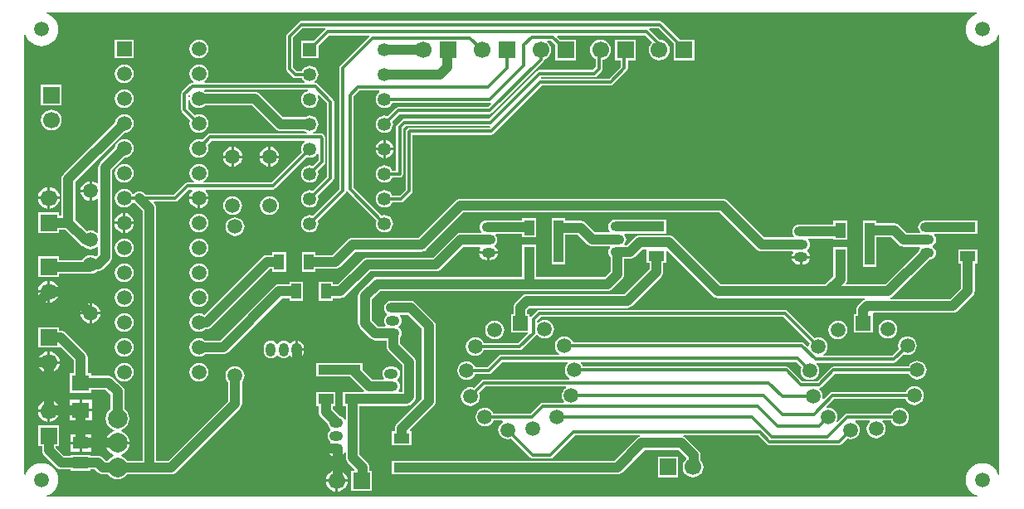
<source format=gtl>
G04 Layer_Physical_Order=1*
G04 Layer_Color=255*
%FSLAX25Y25*%
%MOIN*%
G70*
G01*
G75*
%ADD10R,0.06299X0.04724*%
%ADD11R,0.07087X0.06299*%
%ADD12R,0.06299X0.03937*%
%ADD13R,0.03937X0.06299*%
%ADD14C,0.03937*%
%ADD15C,0.01181*%
%ADD16C,0.05905*%
%ADD17R,0.05905X0.05905*%
%ADD18R,0.05905X0.05905*%
%ADD19O,0.05512X0.03937*%
%ADD20C,0.05315*%
%ADD21R,0.05315X0.05315*%
%ADD22C,0.07874*%
%ADD23O,0.03937X0.05512*%
%ADD24R,0.06693X0.06693*%
%ADD25C,0.06693*%
%ADD26R,0.06693X0.06693*%
G36*
X383771Y195347D02*
X383253Y195190D01*
X382090Y194568D01*
X381071Y193732D01*
X380235Y192713D01*
X379613Y191550D01*
X379231Y190288D01*
X379101Y188976D01*
X379231Y187664D01*
X379613Y186403D01*
X380235Y185240D01*
X381071Y184221D01*
X382090Y183385D01*
X383253Y182763D01*
X384515Y182380D01*
X385827Y182251D01*
X387139Y182380D01*
X388400Y182763D01*
X389563Y183385D01*
X390582Y184221D01*
X391419Y185240D01*
X392040Y186403D01*
X392197Y186921D01*
X392697Y186846D01*
Y10004D01*
X392197Y9930D01*
X392040Y10448D01*
X391419Y11610D01*
X390582Y12630D01*
X389563Y13466D01*
X388400Y14087D01*
X387139Y14470D01*
X385827Y14599D01*
X384515Y14470D01*
X383253Y14087D01*
X382090Y13466D01*
X381071Y12630D01*
X380235Y11610D01*
X379613Y10448D01*
X379231Y9186D01*
X379101Y7874D01*
X379231Y6562D01*
X379613Y5300D01*
X380235Y4138D01*
X381071Y3118D01*
X382090Y2282D01*
X383253Y1661D01*
X383771Y1503D01*
X383697Y1003D01*
X10004D01*
X9930Y1503D01*
X10448Y1661D01*
X11610Y2282D01*
X12630Y3118D01*
X13466Y4138D01*
X14087Y5300D01*
X14470Y6562D01*
X14599Y7874D01*
X14470Y9186D01*
X14087Y10448D01*
X13466Y11610D01*
X12630Y12630D01*
X11610Y13466D01*
X10448Y14087D01*
X9186Y14470D01*
X7874Y14599D01*
X6562Y14470D01*
X5300Y14087D01*
X4138Y13466D01*
X3118Y12630D01*
X2282Y11610D01*
X1661Y10448D01*
X1503Y9930D01*
X1003Y10004D01*
Y186846D01*
X1503Y186921D01*
X1661Y186403D01*
X2282Y185240D01*
X3118Y184221D01*
X4138Y183385D01*
X5300Y182763D01*
X6562Y182380D01*
X7874Y182251D01*
X9186Y182380D01*
X10448Y182763D01*
X11610Y183385D01*
X12630Y184221D01*
X13466Y185240D01*
X14087Y186403D01*
X14470Y187664D01*
X14599Y188976D01*
X14470Y190288D01*
X14087Y191550D01*
X13466Y192713D01*
X12630Y193732D01*
X11610Y194568D01*
X10448Y195190D01*
X9930Y195347D01*
X10004Y195847D01*
X383697D01*
X383771Y195347D01*
D02*
G37*
%LPC*%
G36*
X347835Y72276D02*
X346858Y72148D01*
X345948Y71771D01*
X345167Y71171D01*
X344568Y70390D01*
X344191Y69480D01*
X344062Y68504D01*
X344191Y67528D01*
X344568Y66618D01*
X345167Y65836D01*
X345948Y65237D01*
X346858Y64860D01*
X347835Y64732D01*
X348811Y64860D01*
X349721Y65237D01*
X350502Y65836D01*
X351102Y66618D01*
X351479Y67528D01*
X351607Y68504D01*
X351479Y69480D01*
X351102Y70390D01*
X350502Y71171D01*
X349721Y71771D01*
X348811Y72148D01*
X347835Y72276D01*
D02*
G37*
G36*
X327756Y71883D02*
X326780Y71754D01*
X325870Y71377D01*
X325088Y70778D01*
X324489Y69996D01*
X324112Y69087D01*
X323984Y68110D01*
X324112Y67134D01*
X324489Y66224D01*
X325088Y65443D01*
X325870Y64843D01*
X326780Y64466D01*
X327756Y64338D01*
X328732Y64466D01*
X329642Y64843D01*
X330423Y65443D01*
X331023Y66224D01*
X331400Y67134D01*
X331528Y68110D01*
X331400Y69087D01*
X331023Y69996D01*
X330423Y70778D01*
X329642Y71377D01*
X328732Y71754D01*
X327756Y71883D01*
D02*
G37*
G36*
X41102Y74914D02*
X40126Y74786D01*
X39216Y74409D01*
X38435Y73809D01*
X37835Y73028D01*
X37459Y72118D01*
X37330Y71142D01*
X37459Y70165D01*
X37835Y69256D01*
X38435Y68474D01*
X39216Y67875D01*
X40126Y67498D01*
X41102Y67369D01*
X42079Y67498D01*
X42989Y67875D01*
X43770Y68474D01*
X44369Y69256D01*
X44746Y70165D01*
X44875Y71142D01*
X44746Y72118D01*
X44369Y73028D01*
X43770Y73809D01*
X42989Y74409D01*
X42079Y74786D01*
X41102Y74914D01*
D02*
G37*
G36*
X31480Y74303D02*
X28059D01*
Y70882D01*
X28591Y70952D01*
X29553Y71350D01*
X30378Y71984D01*
X31012Y72810D01*
X31410Y73771D01*
X31480Y74303D01*
D02*
G37*
G36*
X27059D02*
X23638D01*
X23708Y73771D01*
X24106Y72810D01*
X24740Y71984D01*
X25566Y71350D01*
X26527Y70952D01*
X27059Y70882D01*
Y74303D01*
D02*
G37*
G36*
X189961Y71883D02*
X188984Y71754D01*
X188074Y71377D01*
X187293Y70778D01*
X186694Y69996D01*
X186317Y69087D01*
X186188Y68110D01*
X186317Y67134D01*
X186694Y66224D01*
X187293Y65443D01*
X188074Y64843D01*
X188984Y64466D01*
X189961Y64338D01*
X190937Y64466D01*
X191847Y64843D01*
X192628Y65443D01*
X193228Y66224D01*
X193605Y67134D01*
X193733Y68110D01*
X193605Y69087D01*
X193228Y69996D01*
X192628Y70778D01*
X191847Y71377D01*
X190937Y71754D01*
X189961Y71883D01*
D02*
G37*
G36*
X113230Y59736D02*
X110736D01*
Y56520D01*
X111011Y56557D01*
X111733Y56856D01*
X112353Y57332D01*
X112829Y57952D01*
X113128Y58674D01*
X113230Y59449D01*
Y59736D01*
D02*
G37*
G36*
X11327Y59436D02*
Y55618D01*
X15145D01*
X15061Y56253D01*
X14623Y57310D01*
X13927Y58218D01*
X13019Y58915D01*
X11961Y59353D01*
X11327Y59436D01*
D02*
G37*
G36*
X41102Y64914D02*
X40126Y64786D01*
X39216Y64409D01*
X38435Y63809D01*
X37835Y63028D01*
X37459Y62118D01*
X37330Y61142D01*
X37459Y60165D01*
X37835Y59255D01*
X38435Y58474D01*
X39216Y57875D01*
X40126Y57498D01*
X41102Y57369D01*
X42079Y57498D01*
X42989Y57875D01*
X43770Y58474D01*
X44369Y59255D01*
X44746Y60165D01*
X44875Y61142D01*
X44746Y62118D01*
X44369Y63028D01*
X43770Y63809D01*
X42989Y64409D01*
X42079Y64786D01*
X41102Y64914D01*
D02*
G37*
G36*
X109736Y63952D02*
X109461Y63916D01*
X108739Y63617D01*
X108119Y63141D01*
X107858Y62801D01*
X107237Y62789D01*
X107084Y62989D01*
X106508Y63431D01*
X105838Y63709D01*
X105118Y63803D01*
X104399Y63709D01*
X103728Y63431D01*
X103153Y62989D01*
X102863Y62611D01*
X102796Y62582D01*
X102323D01*
X102255Y62611D01*
X101965Y62989D01*
X101390Y63431D01*
X100719Y63709D01*
X100000Y63803D01*
X99281Y63709D01*
X98610Y63431D01*
X98035Y62989D01*
X97593Y62414D01*
X97315Y61743D01*
X97220Y61024D01*
Y59449D01*
X97315Y58729D01*
X97593Y58059D01*
X98035Y57483D01*
X98610Y57042D01*
X99281Y56764D01*
X100000Y56669D01*
X100719Y56764D01*
X101390Y57042D01*
X101965Y57483D01*
X102255Y57861D01*
X102323Y57890D01*
X102796D01*
X102863Y57861D01*
X103153Y57483D01*
X103728Y57042D01*
X104399Y56764D01*
X105118Y56669D01*
X105838Y56764D01*
X106508Y57042D01*
X107084Y57483D01*
X107237Y57683D01*
X107858Y57671D01*
X108119Y57332D01*
X108739Y56856D01*
X109461Y56557D01*
X109736Y56520D01*
Y60236D01*
Y63952D01*
D02*
G37*
G36*
X110736Y63952D02*
Y60736D01*
X113230D01*
Y61024D01*
X113128Y61799D01*
X112829Y62521D01*
X112353Y63141D01*
X111733Y63617D01*
X111011Y63916D01*
X110736Y63952D01*
D02*
G37*
G36*
X27059Y78724D02*
X26527Y78654D01*
X25566Y78256D01*
X24740Y77622D01*
X24106Y76797D01*
X23708Y75835D01*
X23638Y75303D01*
X27059D01*
Y78724D01*
D02*
G37*
G36*
X11327Y87822D02*
Y84004D01*
X15145D01*
X15061Y84639D01*
X14623Y85696D01*
X13927Y86604D01*
X13019Y87301D01*
X11961Y87739D01*
X11327Y87822D01*
D02*
G37*
G36*
X10327Y87822D02*
X9692Y87739D01*
X8635Y87301D01*
X7727Y86604D01*
X7030Y85696D01*
X6592Y84639D01*
X6509Y84004D01*
X10327D01*
Y87822D01*
D02*
G37*
G36*
X41102Y94914D02*
X40126Y94786D01*
X39216Y94409D01*
X38435Y93809D01*
X37835Y93028D01*
X37459Y92118D01*
X37330Y91142D01*
X37459Y90165D01*
X37835Y89255D01*
X38435Y88474D01*
X39216Y87875D01*
X40126Y87498D01*
X41102Y87369D01*
X42079Y87498D01*
X42989Y87875D01*
X43770Y88474D01*
X44369Y89255D01*
X44746Y90165D01*
X44875Y91142D01*
X44746Y92118D01*
X44369Y93028D01*
X43770Y93809D01*
X42989Y94409D01*
X42079Y94786D01*
X41102Y94914D01*
D02*
G37*
G36*
X218307Y113189D02*
X212795D01*
Y109433D01*
X212772Y109252D01*
Y98425D01*
X212795Y98245D01*
Y94488D01*
X218307D01*
Y98245D01*
X218331Y98425D01*
Y106472D01*
X223258D01*
X227168Y102562D01*
X227744Y102120D01*
X228414Y101843D01*
X229134Y101748D01*
X236142D01*
X236323Y101248D01*
X235979Y100799D01*
X235701Y100129D01*
X235606Y99410D01*
X235701Y98690D01*
X235979Y98020D01*
X236394Y97479D01*
Y91703D01*
X234085Y89394D01*
X206520D01*
Y98425D01*
X206496Y98606D01*
Y102362D01*
X200984D01*
Y98606D01*
X200960Y98425D01*
Y89394D01*
X142717D01*
X141997Y89299D01*
X141327Y89021D01*
X140751Y88580D01*
X135830Y83658D01*
X135388Y83083D01*
X135110Y82412D01*
X135016Y81693D01*
Y70866D01*
X135110Y70147D01*
X135388Y69476D01*
X135830Y68901D01*
X139964Y64767D01*
X140539Y64325D01*
X141210Y64047D01*
X141929Y63953D01*
X146433D01*
Y61417D01*
X146528Y60698D01*
X146805Y60027D01*
X147247Y59452D01*
X152732Y53967D01*
Y43134D01*
X151397D01*
X151217Y43634D01*
X151561Y44083D01*
X151839Y44753D01*
X151933Y45472D01*
X151839Y46192D01*
X151561Y46862D01*
X151119Y47438D01*
X150741Y47728D01*
X150712Y47795D01*
Y48268D01*
X150741Y48335D01*
X151119Y48625D01*
X151561Y49201D01*
X151839Y49871D01*
X151933Y50591D01*
X151839Y51310D01*
X151561Y51980D01*
X151119Y52556D01*
X150543Y52998D01*
X149873Y53276D01*
X149153Y53370D01*
X147579D01*
X146859Y53276D01*
X146189Y52998D01*
X145613Y52556D01*
X145171Y51980D01*
X144894Y51310D01*
X144799Y50591D01*
X144894Y49871D01*
X145171Y49201D01*
X145516Y48752D01*
X145335Y48252D01*
X140718D01*
X136811Y52159D01*
Y54921D01*
X133055D01*
X132874Y54945D01*
X122047D01*
X121867Y54921D01*
X118110D01*
Y49409D01*
X121867D01*
X122047Y49386D01*
X131723D01*
X137474Y43634D01*
X137294Y43134D01*
X132874D01*
X132693Y43110D01*
X128937D01*
Y37598D01*
X130094D01*
Y32003D01*
X129594Y31904D01*
X129514Y32098D01*
X129072Y32674D01*
X128496Y33116D01*
X127826Y33394D01*
X127820Y33394D01*
X124827Y36388D01*
Y37598D01*
X125984D01*
Y43110D01*
X122228D01*
X122047Y43134D01*
X121867Y43110D01*
X118110D01*
Y37598D01*
X119267D01*
Y35236D01*
X119362Y34517D01*
X119640Y33846D01*
X120082Y33271D01*
X122768Y30584D01*
X122846Y29989D01*
X123124Y29319D01*
X123566Y28743D01*
X123944Y28453D01*
X123973Y28386D01*
Y27913D01*
X123944Y27846D01*
X123566Y27556D01*
X123124Y26980D01*
X122846Y26310D01*
X122752Y25591D01*
X122846Y24871D01*
X123124Y24201D01*
X123566Y23625D01*
X123766Y23472D01*
X123754Y22850D01*
X123414Y22590D01*
X122939Y21970D01*
X122639Y21247D01*
X122603Y20972D01*
X126319D01*
Y20472D01*
X126819D01*
Y17478D01*
X127106D01*
X127881Y17580D01*
X128603Y17879D01*
X129224Y18355D01*
X129594Y18839D01*
X130094Y18669D01*
Y16732D01*
X130189Y16013D01*
X130467Y15342D01*
X130909Y14767D01*
X133599Y12076D01*
X133408Y11614D01*
X132362D01*
Y3347D01*
X140630D01*
Y11614D01*
X139669D01*
Y12717D01*
X139575Y13436D01*
X139297Y14106D01*
X138855Y14682D01*
X135654Y17884D01*
Y37575D01*
X154528D01*
X155247Y37669D01*
X155917Y37947D01*
X156493Y38389D01*
X157477Y39373D01*
X157919Y39949D01*
X158197Y40619D01*
X158291Y41339D01*
Y55118D01*
X158197Y55838D01*
X157919Y56508D01*
X157477Y57084D01*
X151992Y62569D01*
Y65135D01*
X152151Y65342D01*
X152429Y66013D01*
X152524Y66732D01*
X152429Y67452D01*
X152151Y68122D01*
X151710Y68698D01*
X151332Y68988D01*
X151303Y69055D01*
Y69528D01*
X151332Y69595D01*
X151710Y69885D01*
X152151Y70461D01*
X152429Y71131D01*
X152524Y71850D01*
X152429Y72570D01*
X152151Y73240D01*
X151807Y73689D01*
X151988Y74189D01*
X155148D01*
X160606Y68730D01*
Y40521D01*
X150593Y30509D01*
X150152Y29933D01*
X149874Y29263D01*
X149779Y28543D01*
Y27362D01*
X148622D01*
Y21850D01*
X152378D01*
X152559Y21827D01*
X152740Y21850D01*
X156496D01*
Y27362D01*
X156016D01*
X155809Y27862D01*
X165351Y37405D01*
X165793Y37980D01*
X166071Y38651D01*
X166165Y39370D01*
Y69882D01*
X166071Y70601D01*
X165793Y71272D01*
X165351Y71847D01*
X158265Y78934D01*
X157689Y79376D01*
X157019Y79654D01*
X156299Y79748D01*
X148169D01*
X147450Y79654D01*
X146780Y79376D01*
X146204Y78934D01*
X145762Y78358D01*
X145484Y77688D01*
X145390Y76968D01*
X145484Y76249D01*
X145762Y75579D01*
X146204Y75003D01*
X146582Y74713D01*
X146611Y74646D01*
Y74173D01*
X146582Y74106D01*
X146204Y73816D01*
X145762Y73240D01*
X145484Y72570D01*
X145390Y71850D01*
X145484Y71131D01*
X145762Y70461D01*
X146106Y70012D01*
X145926Y69512D01*
X143080D01*
X140575Y72018D01*
Y80541D01*
X143868Y83834D01*
X235236D01*
X235956Y83929D01*
X236626Y84207D01*
X237202Y84649D01*
X241139Y88586D01*
X241581Y89161D01*
X241858Y89832D01*
X241953Y90551D01*
Y96630D01*
X244291D01*
X245011Y96724D01*
X245681Y97002D01*
X246257Y97444D01*
X249380Y100567D01*
X250984D01*
Y95079D01*
X252142D01*
Y92687D01*
X241959Y82504D01*
X202756D01*
X202036Y82409D01*
X201366Y82132D01*
X200790Y81690D01*
X198231Y79131D01*
X197790Y78555D01*
X197512Y77885D01*
X197417Y77165D01*
Y74606D01*
X196457D01*
Y67126D01*
X203068D01*
X203260Y66664D01*
X199418Y62822D01*
X185553D01*
X185354Y63304D01*
X184754Y64085D01*
X183973Y64684D01*
X183063Y65061D01*
X182087Y65190D01*
X181110Y65061D01*
X180200Y64684D01*
X179419Y64085D01*
X178820Y63304D01*
X178443Y62394D01*
X178314Y61417D01*
X178443Y60441D01*
X178820Y59531D01*
X179419Y58750D01*
X180200Y58150D01*
X181110Y57773D01*
X182087Y57645D01*
X183063Y57773D01*
X183973Y58150D01*
X184754Y58750D01*
X185354Y59531D01*
X185553Y60012D01*
X200000D01*
X200538Y60119D01*
X200993Y60424D01*
X206505Y65936D01*
X206580Y66047D01*
X207195Y66067D01*
X207372Y65836D01*
X208153Y65237D01*
X209063Y64860D01*
X210039Y64732D01*
X211016Y64860D01*
X211926Y65237D01*
X212707Y65836D01*
X213306Y66618D01*
X213683Y67528D01*
X213812Y68504D01*
X213683Y69480D01*
X213306Y70390D01*
X212707Y71171D01*
X211926Y71771D01*
X211016Y72148D01*
X210039Y72276D01*
X209063Y72148D01*
X208153Y71771D01*
X207417Y71206D01*
X207054Y71279D01*
X206917Y71326D01*
Y71859D01*
X208456Y73398D01*
X305914D01*
X316437Y62875D01*
X316238Y62394D01*
X316149Y61719D01*
X315621Y61540D01*
X314357Y62804D01*
X313901Y63109D01*
X313364Y63216D01*
X221380D01*
X221180Y63697D01*
X220581Y64478D01*
X219800Y65078D01*
X218890Y65455D01*
X217913Y65583D01*
X216937Y65455D01*
X216027Y65078D01*
X215246Y64478D01*
X214646Y63697D01*
X214269Y62787D01*
X214141Y61811D01*
X214269Y60835D01*
X214646Y59925D01*
X215246Y59144D01*
X215957Y58598D01*
X215931Y58337D01*
X215820Y58098D01*
X192520D01*
X191982Y57991D01*
X191526Y57686D01*
X187039Y53199D01*
X182164D01*
X181965Y53681D01*
X181365Y54462D01*
X180584Y55062D01*
X179674Y55438D01*
X178698Y55567D01*
X177721Y55438D01*
X176812Y55062D01*
X176030Y54462D01*
X175431Y53681D01*
X175054Y52771D01*
X174925Y51794D01*
X175054Y50818D01*
X175431Y49908D01*
X176030Y49127D01*
X176812Y48527D01*
X177721Y48151D01*
X178698Y48022D01*
X179674Y48151D01*
X180584Y48527D01*
X181365Y49127D01*
X181965Y49908D01*
X182164Y50389D01*
X187621D01*
X188159Y50496D01*
X188615Y50801D01*
X193102Y55288D01*
X219211D01*
X219381Y54788D01*
X219183Y54636D01*
X218583Y53855D01*
X218207Y52945D01*
X218078Y51968D01*
X218207Y50992D01*
X218583Y50082D01*
X219183Y49301D01*
X219894Y48755D01*
X219868Y48494D01*
X219757Y48255D01*
X185630D01*
X185092Y48148D01*
X184636Y47844D01*
X181576Y44783D01*
X181094Y44982D01*
X180118Y45111D01*
X179142Y44982D01*
X178232Y44606D01*
X177451Y44006D01*
X176851Y43225D01*
X176474Y42315D01*
X176346Y41339D01*
X176474Y40362D01*
X176851Y39452D01*
X177451Y38671D01*
X178232Y38072D01*
X179142Y37695D01*
X180118Y37566D01*
X181094Y37695D01*
X182004Y38072D01*
X182786Y38671D01*
X183385Y39452D01*
X183762Y40362D01*
X183890Y41339D01*
X183762Y42315D01*
X183563Y42796D01*
X186212Y45445D01*
X218576D01*
X218687Y45206D01*
X218713Y44945D01*
X218002Y44400D01*
X217402Y43619D01*
X217025Y42709D01*
X216897Y41732D01*
X217025Y40756D01*
X217402Y39846D01*
X217816Y39307D01*
X217570Y38807D01*
X209055D01*
X208518Y38700D01*
X208062Y38395D01*
X204142Y34476D01*
X189490D01*
X189291Y34957D01*
X188691Y35738D01*
X187910Y36338D01*
X187000Y36715D01*
X186024Y36843D01*
X185047Y36715D01*
X184137Y36338D01*
X183356Y35738D01*
X182757Y34957D01*
X182380Y34047D01*
X182251Y33071D01*
X182380Y32094D01*
X182757Y31185D01*
X183356Y30403D01*
X184137Y29804D01*
X185047Y29427D01*
X186024Y29298D01*
X187000Y29427D01*
X187910Y29804D01*
X188691Y30403D01*
X189291Y31185D01*
X189490Y31666D01*
X192985D01*
X193096Y31427D01*
X193122Y31166D01*
X192411Y30620D01*
X191812Y29839D01*
X191435Y28929D01*
X191306Y27953D01*
X191435Y26976D01*
X191812Y26066D01*
X192411Y25285D01*
X193193Y24686D01*
X194102Y24309D01*
X195079Y24180D01*
X196055Y24309D01*
X196536Y24508D01*
X204321Y16723D01*
X204777Y16419D01*
X205315Y16312D01*
X212205D01*
X212742Y16419D01*
X213198Y16723D01*
X222235Y25760D01*
X248046D01*
X248146Y25260D01*
X247626Y25045D01*
X247050Y24603D01*
X238022Y15575D01*
X152559D01*
X152378Y15551D01*
X148622D01*
Y10039D01*
X152378D01*
X152559Y10016D01*
X239173D01*
X239893Y10110D01*
X240563Y10388D01*
X241139Y10830D01*
X250167Y19858D01*
X263612D01*
X266816Y16654D01*
X266786Y16069D01*
X266619Y15940D01*
X265956Y15077D01*
X265540Y14071D01*
X265397Y12992D01*
X265540Y11913D01*
X265956Y10907D01*
X266619Y10044D01*
X267482Y9381D01*
X268488Y8965D01*
X269567Y8823D01*
X270646Y8965D01*
X271652Y9381D01*
X272515Y10044D01*
X273178Y10907D01*
X273594Y11913D01*
X273737Y12992D01*
X273594Y14071D01*
X273178Y15077D01*
X272544Y15904D01*
Y17638D01*
X272449Y18357D01*
X272171Y19028D01*
X271729Y19603D01*
X266729Y24603D01*
X266154Y25045D01*
X265634Y25260D01*
X265733Y25760D01*
X295847D01*
X299372Y22235D01*
X299828Y21930D01*
X300366Y21823D01*
X328150D01*
X328687Y21930D01*
X329143Y22235D01*
X331416Y24508D01*
X331898Y24309D01*
X332874Y24180D01*
X333850Y24309D01*
X334760Y24686D01*
X335542Y25285D01*
X336141Y26066D01*
X336518Y26976D01*
X336646Y27953D01*
X336518Y28929D01*
X336141Y29839D01*
X335542Y30620D01*
X334830Y31166D01*
X334856Y31427D01*
X334967Y31666D01*
X340471D01*
X340641Y31166D01*
X340443Y31014D01*
X339843Y30233D01*
X339466Y29323D01*
X339338Y28346D01*
X339466Y27370D01*
X339843Y26460D01*
X340443Y25679D01*
X341224Y25079D01*
X342134Y24702D01*
X343110Y24574D01*
X344087Y24702D01*
X344996Y25079D01*
X345778Y25679D01*
X346377Y26460D01*
X346754Y27370D01*
X346883Y28346D01*
X346754Y29323D01*
X346377Y30233D01*
X345778Y31014D01*
X345580Y31166D01*
X345749Y31666D01*
X349093D01*
X349292Y31185D01*
X349892Y30403D01*
X350673Y29804D01*
X351583Y29427D01*
X352559Y29298D01*
X353535Y29427D01*
X354445Y29804D01*
X355226Y30403D01*
X355826Y31185D01*
X356203Y32094D01*
X356331Y33071D01*
X356203Y34047D01*
X355826Y34957D01*
X355226Y35738D01*
X354445Y36338D01*
X353535Y36715D01*
X352559Y36843D01*
X351583Y36715D01*
X350673Y36338D01*
X349892Y35738D01*
X349292Y34957D01*
X349093Y34476D01*
X331496D01*
X330958Y34369D01*
X330503Y34064D01*
X327630Y31192D01*
X327206Y31475D01*
X327463Y32094D01*
X327591Y33071D01*
X327463Y34047D01*
X327086Y34957D01*
X326486Y35738D01*
X325705Y36338D01*
X324795Y36715D01*
X323819Y36843D01*
X323331Y36779D01*
X323098Y37253D01*
X326172Y40327D01*
X354998D01*
X355198Y39846D01*
X355797Y39065D01*
X356578Y38465D01*
X357488Y38088D01*
X358465Y37960D01*
X359441Y38088D01*
X360351Y38465D01*
X361132Y39065D01*
X361732Y39846D01*
X362108Y40756D01*
X362237Y41732D01*
X362108Y42709D01*
X361732Y43619D01*
X361132Y44400D01*
X360351Y44999D01*
X359441Y45376D01*
X358465Y45505D01*
X357488Y45376D01*
X356578Y44999D01*
X355797Y44400D01*
X355198Y43619D01*
X354998Y43137D01*
X325590D01*
X325053Y43030D01*
X324597Y42726D01*
X322081Y40210D01*
X321597Y40358D01*
X321562Y40398D01*
X321686Y41339D01*
X321557Y42315D01*
X321180Y43225D01*
X320581Y44006D01*
X320330Y44198D01*
X320455Y44733D01*
X320616Y44765D01*
X321072Y45070D01*
X326566Y50564D01*
X356179D01*
X356379Y50082D01*
X356978Y49301D01*
X357759Y48702D01*
X358669Y48325D01*
X359646Y48196D01*
X360622Y48325D01*
X361532Y48702D01*
X362313Y49301D01*
X362913Y50082D01*
X363289Y50992D01*
X363418Y51968D01*
X363289Y52945D01*
X362913Y53855D01*
X362313Y54636D01*
X361532Y55235D01*
X360622Y55612D01*
X359646Y55741D01*
X358669Y55612D01*
X357759Y55235D01*
X356978Y54636D01*
X356379Y53855D01*
X356179Y53373D01*
X325984D01*
X325447Y53267D01*
X324991Y52962D01*
X319497Y47468D01*
X313574D01*
X308080Y52962D01*
X307624Y53267D01*
X307087Y53373D01*
X225317D01*
X225117Y53855D01*
X224518Y54636D01*
X224320Y54788D01*
X224489Y55288D01*
X311013D01*
X313049Y53252D01*
X312849Y52771D01*
X312721Y51794D01*
X312849Y50818D01*
X313226Y49908D01*
X313826Y49127D01*
X314607Y48527D01*
X315517Y48151D01*
X316493Y48022D01*
X317469Y48151D01*
X318379Y48527D01*
X319161Y49127D01*
X319760Y49908D01*
X320137Y50818D01*
X320266Y51794D01*
X320137Y52771D01*
X319760Y53681D01*
X319213Y54394D01*
X319277Y54658D01*
X319419Y54894D01*
X350197D01*
X350734Y55001D01*
X351190Y55306D01*
X354251Y58367D01*
X354732Y58167D01*
X355709Y58039D01*
X356685Y58167D01*
X357595Y58544D01*
X358376Y59144D01*
X358976Y59925D01*
X359352Y60835D01*
X359481Y61811D01*
X359352Y62787D01*
X358976Y63697D01*
X358376Y64478D01*
X357595Y65078D01*
X356685Y65455D01*
X355709Y65583D01*
X354732Y65455D01*
X353822Y65078D01*
X353041Y64478D01*
X352442Y63697D01*
X352065Y62787D01*
X351936Y61811D01*
X352065Y60835D01*
X352264Y60353D01*
X349615Y57704D01*
X321975D01*
X321864Y57943D01*
X321838Y58204D01*
X322549Y58750D01*
X323149Y59531D01*
X323526Y60441D01*
X323654Y61417D01*
X323526Y62394D01*
X323149Y63304D01*
X322549Y64085D01*
X321768Y64684D01*
X320858Y65061D01*
X319882Y65190D01*
X318905Y65061D01*
X318424Y64862D01*
X307489Y75797D01*
X307034Y76101D01*
X306496Y76208D01*
X207874D01*
X207336Y76101D01*
X206881Y75797D01*
X204518Y73434D01*
X204437Y73313D01*
X203937Y73464D01*
Y74606D01*
X202976D01*
Y76014D01*
X203907Y76945D01*
X243110D01*
X243830Y77039D01*
X244500Y77317D01*
X245076Y77759D01*
X256887Y89570D01*
X257329Y90146D01*
X257606Y90816D01*
X257701Y91535D01*
Y95079D01*
X258858D01*
Y99746D01*
X259320Y99938D01*
X277562Y81696D01*
X278138Y81254D01*
X278808Y80976D01*
X279528Y80882D01*
X338605D01*
X338705Y80382D01*
X338177Y80163D01*
X337601Y79721D01*
X336027Y78147D01*
X335585Y77571D01*
X335307Y76901D01*
X335212Y76181D01*
Y74606D01*
X334252D01*
Y67126D01*
X341732D01*
Y74606D01*
X342046Y74976D01*
X374016D01*
X374735Y75071D01*
X375406Y75349D01*
X375981Y75790D01*
X381985Y81794D01*
X382427Y82370D01*
X382705Y83040D01*
X382799Y83760D01*
Y94882D01*
X383957D01*
Y100394D01*
X380200D01*
X380020Y100417D01*
X379839Y100394D01*
X376083D01*
Y94882D01*
X377240D01*
Y84911D01*
X372864Y80536D01*
X348993D01*
X348894Y81036D01*
X349421Y81254D01*
X349997Y81696D01*
X364789Y96488D01*
X365090Y96528D01*
X365760Y96805D01*
X366336Y97247D01*
X366777Y97823D01*
X367055Y98493D01*
X367150Y99213D01*
X367055Y99932D01*
X366777Y100602D01*
X366336Y101178D01*
X365958Y101468D01*
X365929Y101535D01*
Y102008D01*
X365958Y102075D01*
X366336Y102365D01*
X366777Y102941D01*
X367055Y103611D01*
X367150Y104331D01*
X367055Y105050D01*
X366777Y105720D01*
X366433Y106169D01*
X366614Y106669D01*
X379724D01*
X379905Y106693D01*
X383957D01*
Y112205D01*
X379905D01*
X379724Y112229D01*
X362795D01*
X362076Y112134D01*
X361405Y111856D01*
X360830Y111414D01*
X360388Y110839D01*
X360110Y110168D01*
X360016Y109449D01*
X360110Y108729D01*
X360388Y108059D01*
X360732Y107610D01*
X360552Y107110D01*
X355482D01*
X352359Y110233D01*
X351784Y110675D01*
X351113Y110953D01*
X350394Y111047D01*
X343307D01*
Y112205D01*
X337795D01*
Y108448D01*
X337772Y108268D01*
Y97441D01*
X337772Y97441D01*
X337795Y97260D01*
Y93504D01*
X343307D01*
Y97260D01*
X343331Y97441D01*
Y105488D01*
X349242D01*
X352365Y102365D01*
X352941Y101923D01*
X353611Y101646D01*
X354331Y101551D01*
X360552D01*
X360732Y101051D01*
X360388Y100602D01*
X360110Y99932D01*
X360071Y99632D01*
X346880Y86441D01*
X331201D01*
X330954Y86941D01*
X331147Y87193D01*
X331425Y87863D01*
X331520Y88583D01*
Y97441D01*
X331496Y97622D01*
Y101378D01*
X325984D01*
Y97622D01*
X325960Y97441D01*
Y89734D01*
X322668Y86441D01*
X280679D01*
X261808Y105312D01*
X261232Y105754D01*
X260562Y106031D01*
X259842Y106126D01*
X248228D01*
X247509Y106031D01*
X246838Y105754D01*
X246263Y105312D01*
X243140Y102189D01*
X242204D01*
X242024Y102689D01*
X242368Y103138D01*
X242646Y103808D01*
X242740Y104528D01*
X242646Y105247D01*
X242368Y105917D01*
X242024Y106366D01*
X242204Y106866D01*
X254921D01*
X255102Y106890D01*
X258858D01*
Y112402D01*
X255102D01*
X254921Y112425D01*
X238386D01*
X237666Y112331D01*
X236996Y112053D01*
X236420Y111611D01*
X235979Y111036D01*
X235701Y110365D01*
X235606Y109646D01*
X235701Y108926D01*
X235979Y108256D01*
X236323Y107807D01*
X236142Y107307D01*
X230285D01*
X226375Y111217D01*
X225799Y111659D01*
X225129Y111937D01*
X224410Y112032D01*
X218307D01*
Y113189D01*
D02*
G37*
G36*
X71102Y94914D02*
X70126Y94786D01*
X69216Y94409D01*
X68435Y93809D01*
X67835Y93028D01*
X67458Y92118D01*
X67330Y91142D01*
X67458Y90165D01*
X67835Y89255D01*
X68435Y88474D01*
X69216Y87875D01*
X70126Y87498D01*
X71102Y87369D01*
X72079Y87498D01*
X72989Y87875D01*
X73770Y88474D01*
X74369Y89255D01*
X74746Y90165D01*
X74875Y91142D01*
X74746Y92118D01*
X74369Y93028D01*
X73770Y93809D01*
X72989Y94409D01*
X72079Y94786D01*
X71102Y94914D01*
D02*
G37*
G36*
X112992Y87598D02*
X107480D01*
Y86441D01*
X103347D01*
X102627Y86346D01*
X101957Y86069D01*
X101381Y85627D01*
X79675Y63921D01*
X73624D01*
X72989Y64409D01*
X72079Y64786D01*
X71102Y64914D01*
X70126Y64786D01*
X69216Y64409D01*
X68435Y63809D01*
X67835Y63028D01*
X67458Y62118D01*
X67330Y61142D01*
X67458Y60165D01*
X67835Y59255D01*
X68435Y58474D01*
X69216Y57875D01*
X70126Y57498D01*
X71102Y57369D01*
X72079Y57498D01*
X72989Y57875D01*
X73624Y58362D01*
X80827D01*
X81546Y58457D01*
X82217Y58735D01*
X82792Y59176D01*
X104498Y80882D01*
X107480D01*
Y79724D01*
X112992D01*
Y83481D01*
X113016Y83661D01*
X112992Y83842D01*
Y87598D01*
D02*
G37*
G36*
X41102Y84914D02*
X40126Y84786D01*
X39216Y84409D01*
X38435Y83809D01*
X37835Y83028D01*
X37459Y82118D01*
X37330Y81142D01*
X37459Y80165D01*
X37835Y79255D01*
X38435Y78474D01*
X39216Y77875D01*
X40126Y77498D01*
X41102Y77369D01*
X42079Y77498D01*
X42989Y77875D01*
X43770Y78474D01*
X44369Y79255D01*
X44746Y80165D01*
X44875Y81142D01*
X44746Y82118D01*
X44369Y83028D01*
X43770Y83809D01*
X42989Y84409D01*
X42079Y84786D01*
X41102Y84914D01*
D02*
G37*
G36*
X28059Y78724D02*
Y75303D01*
X31480D01*
X31410Y75835D01*
X31012Y76797D01*
X30378Y77622D01*
X29553Y78256D01*
X28591Y78654D01*
X28059Y78724D01*
D02*
G37*
G36*
X71102Y84914D02*
X70126Y84786D01*
X69216Y84409D01*
X68435Y83809D01*
X67835Y83028D01*
X67458Y82118D01*
X67330Y81142D01*
X67458Y80165D01*
X67835Y79255D01*
X68435Y78474D01*
X69216Y77875D01*
X70126Y77498D01*
X71102Y77369D01*
X72079Y77498D01*
X72989Y77875D01*
X73770Y78474D01*
X74369Y79255D01*
X74746Y80165D01*
X74875Y81142D01*
X74746Y82118D01*
X74369Y83028D01*
X73770Y83809D01*
X72989Y84409D01*
X72079Y84786D01*
X71102Y84914D01*
D02*
G37*
G36*
X15145Y83004D02*
X11327D01*
Y79186D01*
X11961Y79269D01*
X13019Y79707D01*
X13927Y80404D01*
X14623Y81312D01*
X15061Y82369D01*
X15145Y83004D01*
D02*
G37*
G36*
X10327D02*
X6509D01*
X6592Y82369D01*
X7030Y81312D01*
X7727Y80404D01*
X8635Y79707D01*
X9692Y79269D01*
X10327Y79186D01*
Y83004D01*
D02*
G37*
G36*
X10327Y59436D02*
X9692Y59353D01*
X8635Y58915D01*
X7727Y58218D01*
X7030Y57310D01*
X6592Y56253D01*
X6509Y55618D01*
X10327D01*
Y59436D01*
D02*
G37*
G36*
X27772Y22138D02*
X24122D01*
Y19276D01*
X27772D01*
Y22138D01*
D02*
G37*
G36*
X23122D02*
X19473D01*
Y19276D01*
X23122D01*
Y22138D01*
D02*
G37*
G36*
X14961Y69252D02*
X6693D01*
Y60984D01*
X14961D01*
Y61164D01*
X15423Y61355D01*
X20842Y55935D01*
Y50787D01*
X19291D01*
Y42913D01*
X27953D01*
Y44071D01*
X33691D01*
X35606Y42156D01*
Y36302D01*
X35016Y35850D01*
X34259Y34863D01*
X33783Y33714D01*
X33621Y32480D01*
X33783Y31247D01*
X34259Y30098D01*
X35016Y29111D01*
X36003Y28354D01*
X37016Y27934D01*
X37053Y27713D01*
X37019Y27416D01*
X35896Y26950D01*
X34865Y26159D01*
X34073Y25128D01*
X33576Y23927D01*
X33472Y23138D01*
X38386D01*
X43300D01*
X43196Y23927D01*
X42698Y25128D01*
X41907Y26159D01*
X40876Y26950D01*
X39752Y27416D01*
X39719Y27713D01*
X39756Y27934D01*
X40768Y28354D01*
X41755Y29111D01*
X42513Y30098D01*
X42989Y31247D01*
X43151Y32480D01*
X42989Y33714D01*
X42513Y34863D01*
X41755Y35850D01*
X41166Y36302D01*
Y43307D01*
X41071Y44026D01*
X40793Y44697D01*
X40351Y45273D01*
X36808Y48816D01*
X36232Y49258D01*
X35562Y49535D01*
X34843Y49630D01*
X27953D01*
Y50787D01*
X26402D01*
Y57087D01*
X26307Y57806D01*
X26029Y58476D01*
X25588Y59052D01*
X17556Y67084D01*
X16980Y67525D01*
X16310Y67803D01*
X15590Y67898D01*
X14961D01*
Y69252D01*
D02*
G37*
G36*
X27772Y26000D02*
X24122D01*
Y23138D01*
X27772D01*
Y26000D01*
D02*
G37*
G36*
X23122D02*
X19473D01*
Y23138D01*
X23122D01*
Y26000D01*
D02*
G37*
G36*
X125819Y19972D02*
X122603D01*
X122639Y19697D01*
X122939Y18975D01*
X123414Y18355D01*
X124034Y17879D01*
X124757Y17580D01*
X125531Y17478D01*
X125819D01*
Y19972D01*
D02*
G37*
G36*
X130814Y6980D02*
X126996D01*
Y3162D01*
X127631Y3246D01*
X128688Y3684D01*
X129596Y4380D01*
X130293Y5288D01*
X130731Y6346D01*
X130814Y6980D01*
D02*
G37*
G36*
X125996D02*
X122178D01*
X122262Y6346D01*
X122699Y5288D01*
X123396Y4380D01*
X124304Y3684D01*
X125361Y3246D01*
X125996Y3162D01*
Y6980D01*
D02*
G37*
G36*
Y11798D02*
X125361Y11715D01*
X124304Y11277D01*
X123396Y10580D01*
X122699Y9672D01*
X122262Y8615D01*
X122178Y7980D01*
X125996D01*
Y11798D01*
D02*
G37*
G36*
X263701Y17126D02*
X255433D01*
Y8858D01*
X263701D01*
Y17126D01*
D02*
G37*
G36*
X126996Y11798D02*
Y7980D01*
X130814D01*
X130731Y8615D01*
X130293Y9672D01*
X129596Y10580D01*
X128688Y11277D01*
X127631Y11715D01*
X126996Y11798D01*
D02*
G37*
G36*
X10327Y35091D02*
X6509D01*
X6592Y34456D01*
X7030Y33399D01*
X7727Y32491D01*
X8635Y31794D01*
X9692Y31356D01*
X10327Y31272D01*
Y35091D01*
D02*
G37*
G36*
X41102Y54914D02*
X40126Y54786D01*
X39216Y54409D01*
X38435Y53809D01*
X37835Y53028D01*
X37459Y52118D01*
X37330Y51142D01*
X37459Y50165D01*
X37835Y49255D01*
X38435Y48474D01*
X39216Y47875D01*
X40126Y47498D01*
X41102Y47369D01*
X42079Y47498D01*
X42989Y47875D01*
X43770Y48474D01*
X44369Y49255D01*
X44746Y50165D01*
X44875Y51142D01*
X44746Y52118D01*
X44369Y53028D01*
X43770Y53809D01*
X42989Y54409D01*
X42079Y54786D01*
X41102Y54914D01*
D02*
G37*
G36*
X28165Y39976D02*
X24122D01*
Y36327D01*
X28165D01*
Y39976D01*
D02*
G37*
G36*
X71102Y54914D02*
X70126Y54786D01*
X69216Y54409D01*
X68435Y53809D01*
X67835Y53028D01*
X67458Y52118D01*
X67330Y51142D01*
X67458Y50165D01*
X67835Y49255D01*
X68435Y48474D01*
X69216Y47875D01*
X70126Y47498D01*
X71102Y47369D01*
X72079Y47498D01*
X72989Y47875D01*
X73770Y48474D01*
X74369Y49255D01*
X74746Y50165D01*
X74875Y51142D01*
X74746Y52118D01*
X74369Y53028D01*
X73770Y53809D01*
X72989Y54409D01*
X72079Y54786D01*
X71102Y54914D01*
D02*
G37*
G36*
X15145Y54618D02*
X11327D01*
Y50800D01*
X11961Y50884D01*
X13019Y51322D01*
X13927Y52018D01*
X14623Y52926D01*
X15061Y53983D01*
X15145Y54618D01*
D02*
G37*
G36*
X10327D02*
X6509D01*
X6592Y53983D01*
X7030Y52926D01*
X7727Y52018D01*
X8635Y51322D01*
X9692Y50884D01*
X10327Y50800D01*
Y54618D01*
D02*
G37*
G36*
X23122Y39976D02*
X19079D01*
Y36327D01*
X23122D01*
Y39976D01*
D02*
G37*
G36*
Y35327D02*
X19079D01*
Y31677D01*
X23122D01*
Y35327D01*
D02*
G37*
G36*
X15145Y35091D02*
X11327D01*
Y31272D01*
X11961Y31356D01*
X13019Y31794D01*
X13927Y32491D01*
X14623Y33399D01*
X15061Y34456D01*
X15145Y35091D01*
D02*
G37*
G36*
X28165Y35327D02*
X24122D01*
Y31677D01*
X28165D01*
Y35327D01*
D02*
G37*
G36*
X11327Y39909D02*
Y36090D01*
X15145D01*
X15061Y36725D01*
X14623Y37782D01*
X13927Y38691D01*
X13019Y39387D01*
X11961Y39825D01*
X11327Y39909D01*
D02*
G37*
G36*
X10327Y39909D02*
X9692Y39825D01*
X8635Y39387D01*
X7727Y38691D01*
X7030Y37782D01*
X6592Y36725D01*
X6509Y36090D01*
X10327D01*
Y39909D01*
D02*
G37*
G36*
X103331Y137295D02*
X99910D01*
Y133874D01*
X100441Y133944D01*
X101403Y134343D01*
X102229Y134976D01*
X102862Y135802D01*
X103260Y136763D01*
X103331Y137295D01*
D02*
G37*
G36*
X88567D02*
X85146D01*
Y133874D01*
X85677Y133944D01*
X86639Y134343D01*
X87465Y134976D01*
X88098Y135802D01*
X88497Y136763D01*
X88567Y137295D01*
D02*
G37*
G36*
X145169Y140366D02*
X142046D01*
X142106Y139911D01*
X142474Y139022D01*
X143061Y138258D01*
X143825Y137671D01*
X144714Y137303D01*
X145169Y137243D01*
Y140366D01*
D02*
G37*
G36*
X84146Y141716D02*
X83614Y141646D01*
X82652Y141248D01*
X81827Y140614D01*
X81193Y139789D01*
X80795Y138827D01*
X80725Y138295D01*
X84146D01*
Y141716D01*
D02*
G37*
G36*
X149293Y140366D02*
X146169D01*
Y137243D01*
X146624Y137303D01*
X147514Y137671D01*
X148278Y138258D01*
X148864Y139022D01*
X149233Y139911D01*
X149293Y140366D01*
D02*
G37*
G36*
X98909Y137295D02*
X95488D01*
X95558Y136763D01*
X95957Y135802D01*
X96590Y134976D01*
X97416Y134343D01*
X98378Y133944D01*
X98909Y133874D01*
Y137295D01*
D02*
G37*
G36*
X232402Y184878D02*
X231322Y184736D01*
X230317Y184320D01*
X229453Y183657D01*
X228791Y182793D01*
X228374Y181788D01*
X228232Y180709D01*
X228374Y179630D01*
X228791Y178624D01*
X229453Y177760D01*
X230317Y177098D01*
X230485Y177028D01*
Y173810D01*
X229339Y172665D01*
X207874D01*
X207336Y172558D01*
X206881Y172253D01*
X187607Y152980D01*
X153543D01*
X153006Y152873D01*
X152550Y152568D01*
X150739Y150757D01*
X150434Y150301D01*
X150327Y149764D01*
Y132271D01*
X148816D01*
X148678Y132603D01*
X148126Y133323D01*
X147407Y133875D01*
X146569Y134222D01*
X145669Y134341D01*
X144770Y134222D01*
X143932Y133875D01*
X143212Y133323D01*
X142660Y132603D01*
X142313Y131765D01*
X142195Y130866D01*
X142313Y129967D01*
X142660Y129129D01*
X143212Y128409D01*
X143932Y127857D01*
X144770Y127510D01*
X145669Y127392D01*
X146569Y127510D01*
X147407Y127857D01*
X148126Y128409D01*
X148678Y129129D01*
X148816Y129461D01*
X151732D01*
X152270Y129568D01*
X152726Y129873D01*
X153030Y130329D01*
X153137Y130866D01*
Y149182D01*
X154125Y150170D01*
X187814D01*
X188066Y149686D01*
X187937Y149497D01*
X187862Y149436D01*
X155905D01*
X155368Y149329D01*
X154912Y149025D01*
X154518Y148631D01*
X154214Y148176D01*
X154107Y147638D01*
Y124598D01*
X151780Y122271D01*
X148816D01*
X148678Y122603D01*
X148126Y123323D01*
X147407Y123875D01*
X146569Y124222D01*
X145669Y124341D01*
X144770Y124222D01*
X143932Y123875D01*
X143212Y123323D01*
X142660Y122603D01*
X142313Y121765D01*
X142195Y120866D01*
X142313Y119967D01*
X142660Y119129D01*
X143212Y118409D01*
X143932Y117857D01*
X144770Y117510D01*
X145669Y117392D01*
X146569Y117510D01*
X147407Y117857D01*
X148126Y118409D01*
X148678Y119129D01*
X148816Y119461D01*
X152362D01*
X152900Y119568D01*
X153356Y119873D01*
X156505Y123022D01*
X156810Y123478D01*
X156917Y124016D01*
Y146626D01*
X188583D01*
X189120Y146733D01*
X189576Y147038D01*
X208850Y166312D01*
X236378D01*
X236916Y166419D01*
X237371Y166723D01*
X243001Y172353D01*
X243306Y172809D01*
X243413Y173346D01*
Y176575D01*
X246535D01*
Y184843D01*
X238268D01*
Y176575D01*
X240603D01*
Y173928D01*
X235796Y169122D01*
X208642D01*
X208391Y169605D01*
X208520Y169794D01*
X208595Y169855D01*
X229921D01*
X230459Y169962D01*
X230915Y170266D01*
X232883Y172235D01*
X233188Y172691D01*
X233295Y173228D01*
Y176657D01*
X233481Y176681D01*
X234486Y177098D01*
X235350Y177760D01*
X236013Y178624D01*
X236429Y179630D01*
X236571Y180709D01*
X236429Y181788D01*
X236013Y182793D01*
X235350Y183657D01*
X234486Y184320D01*
X233481Y184736D01*
X232402Y184878D01*
D02*
G37*
G36*
X11327Y125539D02*
Y121720D01*
X15145D01*
X15061Y122355D01*
X14623Y123412D01*
X13927Y124320D01*
X13019Y125017D01*
X11961Y125455D01*
X11327Y125539D01*
D02*
G37*
G36*
X27059Y127937D02*
X26527Y127867D01*
X25566Y127469D01*
X24740Y126835D01*
X24106Y126009D01*
X23708Y125048D01*
X23638Y124516D01*
X27059D01*
Y127937D01*
D02*
G37*
G36*
X84146Y137295D02*
X80725D01*
X80795Y136763D01*
X81193Y135802D01*
X81827Y134976D01*
X82652Y134343D01*
X83614Y133944D01*
X84146Y133874D01*
Y137295D01*
D02*
G37*
G36*
X41102Y134914D02*
X40126Y134786D01*
X39216Y134409D01*
X38435Y133809D01*
X37835Y133028D01*
X37459Y132118D01*
X37330Y131142D01*
X37459Y130165D01*
X37835Y129255D01*
X38435Y128474D01*
X39216Y127875D01*
X40126Y127498D01*
X41102Y127369D01*
X42079Y127498D01*
X42989Y127875D01*
X43770Y128474D01*
X44369Y129255D01*
X44746Y130165D01*
X44875Y131142D01*
X44746Y132118D01*
X44369Y133028D01*
X43770Y133809D01*
X42989Y134409D01*
X42079Y134786D01*
X41102Y134914D01*
D02*
G37*
G36*
X98909Y141716D02*
X98378Y141646D01*
X97416Y141248D01*
X96590Y140614D01*
X95957Y139789D01*
X95558Y138827D01*
X95488Y138295D01*
X98909D01*
Y141716D01*
D02*
G37*
G36*
X41102Y174914D02*
X40126Y174786D01*
X39216Y174409D01*
X38435Y173809D01*
X37835Y173028D01*
X37459Y172118D01*
X37330Y171142D01*
X37459Y170165D01*
X37835Y169255D01*
X38435Y168474D01*
X39216Y167875D01*
X40126Y167498D01*
X41102Y167369D01*
X42079Y167498D01*
X42989Y167875D01*
X43770Y168474D01*
X44369Y169255D01*
X44746Y170165D01*
X44875Y171142D01*
X44746Y172118D01*
X44369Y173028D01*
X43770Y173809D01*
X42989Y174409D01*
X42079Y174786D01*
X41102Y174914D01*
D02*
G37*
G36*
X15945Y166693D02*
X7677D01*
Y158425D01*
X15945D01*
Y166693D01*
D02*
G37*
G36*
X256299Y192350D02*
X112205D01*
X111667Y192243D01*
X111211Y191938D01*
X106487Y187214D01*
X106182Y186758D01*
X106075Y186221D01*
Y173228D01*
X106182Y172691D01*
X106487Y172235D01*
X108849Y169873D01*
X109305Y169568D01*
X109843Y169461D01*
X112522D01*
X112660Y169129D01*
X113212Y168409D01*
X113685Y168047D01*
X113515Y167547D01*
X73382D01*
X73213Y168047D01*
X73770Y168474D01*
X74369Y169255D01*
X74746Y170165D01*
X74875Y171142D01*
X74746Y172118D01*
X74369Y173028D01*
X73770Y173809D01*
X72989Y174409D01*
X72079Y174786D01*
X71102Y174914D01*
X70126Y174786D01*
X69216Y174409D01*
X68435Y173809D01*
X67835Y173028D01*
X67458Y172118D01*
X67330Y171142D01*
X67458Y170165D01*
X67835Y169255D01*
X68435Y168474D01*
X68992Y168047D01*
X68822Y167547D01*
X68504D01*
X67966Y167440D01*
X67510Y167135D01*
X64361Y163986D01*
X64056Y163530D01*
X63949Y162992D01*
Y156693D01*
X64056Y156155D01*
X64361Y155700D01*
X67600Y152460D01*
X67458Y152118D01*
X67330Y151142D01*
X67458Y150165D01*
X67835Y149256D01*
X68435Y148474D01*
X69216Y147875D01*
X70126Y147498D01*
X71102Y147369D01*
X72079Y147498D01*
X72989Y147875D01*
X73770Y148474D01*
X74369Y149256D01*
X74746Y150165D01*
X74875Y151142D01*
X74746Y152118D01*
X74369Y153028D01*
X73770Y153809D01*
X72989Y154409D01*
X72079Y154786D01*
X71102Y154914D01*
X70126Y154786D01*
X69506Y154529D01*
X66759Y157275D01*
Y162410D01*
X67235Y162886D01*
X67659Y162603D01*
X67458Y162118D01*
X67330Y161142D01*
X67458Y160165D01*
X67835Y159256D01*
X68435Y158474D01*
X69216Y157875D01*
X70126Y157498D01*
X71102Y157369D01*
X72079Y157498D01*
X72989Y157875D01*
X73624Y158362D01*
X92431D01*
X101893Y148901D01*
X102468Y148459D01*
X103139Y148181D01*
X103858Y148087D01*
X113633D01*
X113932Y147857D01*
X114615Y147574D01*
X114515Y147074D01*
X75630D01*
X75092Y146967D01*
X74637Y146663D01*
X72560Y144586D01*
X72079Y144786D01*
X71102Y144914D01*
X70126Y144786D01*
X69216Y144409D01*
X68435Y143809D01*
X67835Y143028D01*
X67458Y142118D01*
X67330Y141142D01*
X67458Y140165D01*
X67835Y139255D01*
X68435Y138474D01*
X69216Y137875D01*
X70126Y137498D01*
X71102Y137369D01*
X72079Y137498D01*
X72989Y137875D01*
X73770Y138474D01*
X74369Y139255D01*
X74746Y140165D01*
X74875Y141142D01*
X74746Y142118D01*
X74547Y142599D01*
X76212Y144264D01*
X113618D01*
X113787Y143764D01*
X113212Y143323D01*
X112660Y142603D01*
X112313Y141765D01*
X112195Y140866D01*
X112313Y139967D01*
X112451Y139635D01*
X100205Y127389D01*
X73149D01*
X73003Y127840D01*
X73007Y127889D01*
X73770Y128474D01*
X74369Y129255D01*
X74746Y130165D01*
X74875Y131142D01*
X74746Y132118D01*
X74369Y133028D01*
X73770Y133809D01*
X72989Y134409D01*
X72079Y134786D01*
X71102Y134914D01*
X70126Y134786D01*
X69216Y134409D01*
X68435Y133809D01*
X67835Y133028D01*
X67458Y132118D01*
X67330Y131142D01*
X67458Y130165D01*
X67835Y129255D01*
X68435Y128474D01*
X69197Y127889D01*
X69202Y127840D01*
X69056Y127389D01*
X66535D01*
X65998Y127282D01*
X65542Y126978D01*
X61111Y122547D01*
X49692D01*
X49131Y123107D01*
X48555Y123549D01*
X47885Y123827D01*
X47165Y123921D01*
X46446Y123827D01*
X45775Y123549D01*
X45200Y123107D01*
X44991Y122835D01*
X44418Y122910D01*
X44369Y123028D01*
X43770Y123809D01*
X42989Y124409D01*
X42079Y124786D01*
X41102Y124914D01*
X40126Y124786D01*
X39216Y124409D01*
X38435Y123809D01*
X37835Y123028D01*
X37459Y122118D01*
X37330Y121142D01*
X37459Y120165D01*
X37835Y119255D01*
X38435Y118474D01*
X39216Y117875D01*
X40126Y117498D01*
X41102Y117369D01*
X42079Y117498D01*
X42989Y117875D01*
X43770Y118474D01*
X44369Y119255D01*
X44418Y119374D01*
X44991Y119449D01*
X45200Y119176D01*
X48401Y115975D01*
Y15575D01*
X42208D01*
X41755Y16165D01*
X40768Y16922D01*
X39756Y17341D01*
X39719Y17563D01*
X39752Y17860D01*
X40876Y18325D01*
X41907Y19117D01*
X42698Y20148D01*
X43196Y21349D01*
X43300Y22138D01*
X38386D01*
X33472D01*
X33576Y21349D01*
X34073Y20148D01*
X34865Y19117D01*
X35896Y18325D01*
X37019Y17860D01*
X37053Y17563D01*
X37016Y17341D01*
X36003Y16922D01*
X35016Y16165D01*
X34564Y15575D01*
X33632D01*
X32477Y16729D01*
X31902Y17171D01*
X31231Y17449D01*
X30512Y17544D01*
X27559D01*
Y17913D01*
X19685D01*
Y17544D01*
X16899D01*
X13607Y20836D01*
Y21457D01*
X14961D01*
Y29724D01*
X6693D01*
Y21457D01*
X8047D01*
Y19685D01*
X8142Y18966D01*
X8420Y18295D01*
X8861Y17719D01*
X13782Y12798D01*
X14358Y12357D01*
X15029Y12079D01*
X15748Y11984D01*
X19685D01*
Y11614D01*
X27559D01*
Y11984D01*
X29360D01*
X30515Y10830D01*
X31091Y10388D01*
X31761Y10110D01*
X32480Y10016D01*
X34564D01*
X35016Y9426D01*
X36003Y8669D01*
X37152Y8192D01*
X38386Y8030D01*
X39619Y8192D01*
X40768Y8669D01*
X41755Y9426D01*
X42208Y10016D01*
X60039D01*
X60759Y10110D01*
X61429Y10388D01*
X62005Y10830D01*
X87595Y36420D01*
X88037Y36996D01*
X88315Y37666D01*
X88410Y38386D01*
Y47282D01*
X88897Y47917D01*
X89274Y48827D01*
X89402Y49803D01*
X89274Y50779D01*
X88897Y51689D01*
X88297Y52471D01*
X87516Y53070D01*
X86606Y53447D01*
X85630Y53576D01*
X84654Y53447D01*
X83744Y53070D01*
X82962Y52471D01*
X82363Y51689D01*
X81986Y50779D01*
X81858Y49803D01*
X81986Y48827D01*
X82363Y47917D01*
X82850Y47282D01*
Y39537D01*
X58888Y15575D01*
X53961D01*
Y117126D01*
X53866Y117845D01*
X53588Y118516D01*
X53147Y119091D01*
X52963Y119275D01*
X53155Y119737D01*
X61693D01*
X62231Y119844D01*
X62686Y120148D01*
X67117Y124579D01*
X68311D01*
X68472Y124106D01*
X68283Y123961D01*
X67650Y123135D01*
X67251Y122174D01*
X67181Y121642D01*
X75023D01*
X74953Y122174D01*
X74555Y123135D01*
X73922Y123961D01*
X73733Y124106D01*
X73893Y124579D01*
X100787D01*
X101325Y124686D01*
X101781Y124991D01*
X114438Y137648D01*
X114770Y137510D01*
X115669Y137391D01*
X116569Y137510D01*
X117407Y137857D01*
X118126Y138409D01*
X118568Y138984D01*
X119068Y138815D01*
Y136251D01*
X116901Y134085D01*
X116569Y134222D01*
X115669Y134341D01*
X114770Y134222D01*
X113932Y133875D01*
X113212Y133323D01*
X112660Y132603D01*
X112313Y131765D01*
X112195Y130866D01*
X112313Y129967D01*
X112660Y129129D01*
X113212Y128409D01*
X113932Y127857D01*
X114770Y127510D01*
X115669Y127392D01*
X116569Y127510D01*
X117407Y127857D01*
X118126Y128409D01*
X118678Y129129D01*
X119026Y129967D01*
X119144Y130866D01*
X119026Y131765D01*
X118888Y132098D01*
X121466Y134676D01*
X121770Y135132D01*
X121877Y135669D01*
Y145276D01*
X121770Y145813D01*
X121466Y146269D01*
X121072Y146663D01*
X120616Y146967D01*
X120079Y147074D01*
X116823D01*
X116724Y147574D01*
X117407Y147857D01*
X118126Y148409D01*
X118678Y149129D01*
X119026Y149967D01*
X119144Y150866D01*
X119026Y151765D01*
X118678Y152603D01*
X118126Y153323D01*
X117407Y153875D01*
X116569Y154222D01*
X115669Y154341D01*
X114770Y154222D01*
X113932Y153875D01*
X113633Y153646D01*
X105010D01*
X95548Y163107D01*
X94972Y163549D01*
X94302Y163827D01*
X93583Y163921D01*
X73624D01*
X73213Y164237D01*
X73382Y164737D01*
X114847D01*
X114880Y164237D01*
X114770Y164222D01*
X113932Y163875D01*
X113212Y163323D01*
X112660Y162603D01*
X112313Y161765D01*
X112195Y160866D01*
X112313Y159967D01*
X112660Y159129D01*
X113212Y158409D01*
X113932Y157857D01*
X114770Y157510D01*
X115669Y157392D01*
X116569Y157510D01*
X117407Y157857D01*
X118126Y158409D01*
X118678Y159129D01*
X119026Y159967D01*
X119144Y160866D01*
X119026Y161765D01*
X118762Y162403D01*
X119185Y162686D01*
X122611Y159261D01*
Y129795D01*
X116901Y124085D01*
X116569Y124222D01*
X115669Y124341D01*
X114770Y124222D01*
X113932Y123875D01*
X113212Y123323D01*
X112660Y122603D01*
X112313Y121765D01*
X112195Y120866D01*
X112313Y119967D01*
X112660Y119129D01*
X113212Y118409D01*
X113932Y117857D01*
X114770Y117510D01*
X115669Y117392D01*
X116569Y117510D01*
X117407Y117857D01*
X118126Y118409D01*
X118678Y119129D01*
X119026Y119967D01*
X119144Y120866D01*
X119026Y121765D01*
X118888Y122098D01*
X125009Y128219D01*
X125314Y128675D01*
X125421Y129213D01*
Y159843D01*
X125314Y160380D01*
X125009Y160836D01*
X118710Y167135D01*
X118254Y167440D01*
X117801Y167530D01*
X117689Y167764D01*
X117654Y168047D01*
X118126Y168409D01*
X118678Y169129D01*
X119026Y169967D01*
X119144Y170866D01*
X119026Y171765D01*
X118678Y172603D01*
X118126Y173323D01*
X117407Y173875D01*
X116569Y174222D01*
X115669Y174341D01*
X114770Y174222D01*
X113932Y173875D01*
X113212Y173323D01*
X112660Y172603D01*
X112522Y172271D01*
X110424D01*
X108885Y173810D01*
Y185638D01*
X112787Y189540D01*
X121712D01*
X121864Y189040D01*
X121841Y189025D01*
X117127Y184311D01*
X112224D01*
Y177421D01*
X119114D01*
Y182324D01*
X123417Y186627D01*
X139444D01*
X139652Y186126D01*
X127944Y174419D01*
X127639Y173963D01*
X127532Y173425D01*
Y124716D01*
X116901Y114085D01*
X116569Y114222D01*
X115669Y114341D01*
X114770Y114222D01*
X113932Y113875D01*
X113212Y113323D01*
X112660Y112603D01*
X112313Y111765D01*
X112195Y110866D01*
X112313Y109967D01*
X112660Y109129D01*
X113212Y108409D01*
X113932Y107857D01*
X114770Y107510D01*
X115669Y107392D01*
X116569Y107510D01*
X117407Y107857D01*
X118126Y108409D01*
X118678Y109129D01*
X119026Y109967D01*
X119144Y110866D01*
X119026Y111765D01*
X118888Y112098D01*
X129930Y123140D01*
X130235Y123596D01*
X130257Y123708D01*
X130788Y123814D01*
X130896Y123652D01*
X142451Y112098D01*
X142313Y111765D01*
X142195Y110866D01*
X142313Y109967D01*
X142660Y109129D01*
X143212Y108409D01*
X143932Y107857D01*
X144770Y107510D01*
X145669Y107392D01*
X146569Y107510D01*
X147407Y107857D01*
X148126Y108409D01*
X148678Y109129D01*
X149025Y109967D01*
X149144Y110866D01*
X149025Y111765D01*
X148678Y112603D01*
X148126Y113323D01*
X147407Y113875D01*
X146569Y114222D01*
X145669Y114341D01*
X144770Y114222D01*
X144438Y114085D01*
X133295Y125228D01*
Y162016D01*
X135621Y164343D01*
X143549D01*
X143621Y164249D01*
X143535Y163571D01*
X143212Y163323D01*
X142660Y162603D01*
X142313Y161765D01*
X142195Y160866D01*
X142313Y159967D01*
X142660Y159129D01*
X143212Y158409D01*
X143932Y157857D01*
X144770Y157510D01*
X145669Y157392D01*
X146569Y157510D01*
X147407Y157857D01*
X148126Y158409D01*
X148678Y159129D01*
X148816Y159461D01*
X188031D01*
X188321Y159519D01*
X188567Y159058D01*
X187213Y157704D01*
X151102D01*
X150565Y157597D01*
X150109Y157293D01*
X146901Y154085D01*
X146569Y154222D01*
X145669Y154341D01*
X144770Y154222D01*
X143932Y153875D01*
X143212Y153323D01*
X142660Y152603D01*
X142313Y151765D01*
X142195Y150866D01*
X142313Y149967D01*
X142660Y149129D01*
X143212Y148409D01*
X143932Y147857D01*
X144770Y147510D01*
X145669Y147391D01*
X146569Y147510D01*
X147407Y147857D01*
X148126Y148409D01*
X148678Y149129D01*
X149025Y149967D01*
X149144Y150866D01*
X149025Y151765D01*
X148888Y152098D01*
X151684Y154894D01*
X187795D01*
X188333Y155001D01*
X188789Y155306D01*
X209379Y175896D01*
X209684Y176352D01*
X209775Y176810D01*
X210471Y177098D01*
X211334Y177760D01*
X211997Y178624D01*
X212413Y179630D01*
X212555Y180709D01*
X212413Y181788D01*
X211997Y182793D01*
X211334Y183657D01*
X210989Y183922D01*
X211159Y184422D01*
X212686D01*
X214252Y182856D01*
Y176575D01*
X222520D01*
Y184843D01*
X216239D01*
X214917Y186165D01*
X215108Y186627D01*
X250363D01*
X253091Y183898D01*
X253075Y183657D01*
X252413Y182793D01*
X251996Y181788D01*
X251854Y180709D01*
X251996Y179630D01*
X252413Y178624D01*
X253075Y177760D01*
X253939Y177098D01*
X254944Y176681D01*
X256024Y176539D01*
X257103Y176681D01*
X258108Y177098D01*
X258972Y177760D01*
X259634Y178624D01*
X260051Y179630D01*
X260193Y180709D01*
X260051Y181788D01*
X259634Y182793D01*
X258972Y183657D01*
X258108Y184320D01*
X257103Y184736D01*
X256094Y184869D01*
X251938Y189025D01*
X251916Y189040D01*
X252068Y189540D01*
X255717D01*
X261890Y183367D01*
Y176575D01*
X270158D01*
Y184843D01*
X264388D01*
X257293Y191938D01*
X256837Y192243D01*
X256299Y192350D01*
D02*
G37*
G36*
X44842Y184882D02*
X37362D01*
Y177402D01*
X44842D01*
Y184882D01*
D02*
G37*
G36*
X71102Y184914D02*
X70126Y184786D01*
X69216Y184409D01*
X68435Y183809D01*
X67835Y183028D01*
X67458Y182118D01*
X67330Y181142D01*
X67458Y180165D01*
X67835Y179255D01*
X68435Y178474D01*
X69216Y177875D01*
X70126Y177498D01*
X71102Y177369D01*
X72079Y177498D01*
X72989Y177875D01*
X73770Y178474D01*
X74369Y179255D01*
X74746Y180165D01*
X74875Y181142D01*
X74746Y182118D01*
X74369Y183028D01*
X73770Y183809D01*
X72989Y184409D01*
X72079Y184786D01*
X71102Y184914D01*
D02*
G37*
G36*
X41102Y164914D02*
X40126Y164786D01*
X39216Y164409D01*
X38435Y163809D01*
X37835Y163028D01*
X37459Y162118D01*
X37330Y161142D01*
X37459Y160165D01*
X37835Y159256D01*
X38435Y158474D01*
X39216Y157875D01*
X40126Y157498D01*
X41102Y157369D01*
X42079Y157498D01*
X42989Y157875D01*
X43770Y158474D01*
X44369Y159256D01*
X44746Y160165D01*
X44875Y161142D01*
X44746Y162118D01*
X44369Y163028D01*
X43770Y163809D01*
X42989Y164409D01*
X42079Y164786D01*
X41102Y164914D01*
D02*
G37*
G36*
X99910Y141716D02*
Y138295D01*
X103331D01*
X103260Y138827D01*
X102862Y139789D01*
X102229Y140614D01*
X101403Y141248D01*
X100441Y141646D01*
X99910Y141716D01*
D02*
G37*
G36*
X85146D02*
Y138295D01*
X88567D01*
X88497Y138827D01*
X88098Y139789D01*
X87465Y140614D01*
X86639Y141248D01*
X85677Y141646D01*
X85146Y141716D01*
D02*
G37*
G36*
X145169Y144489D02*
X144714Y144430D01*
X143825Y144061D01*
X143061Y143475D01*
X142474Y142711D01*
X142106Y141821D01*
X142046Y141366D01*
X145169D01*
Y144489D01*
D02*
G37*
G36*
X11811Y156729D02*
X10732Y156587D01*
X9726Y156170D01*
X8863Y155507D01*
X8200Y154644D01*
X7784Y153638D01*
X7642Y152559D01*
X7784Y151480D01*
X8200Y150474D01*
X8863Y149611D01*
X9726Y148948D01*
X10732Y148532D01*
X11811Y148389D01*
X12890Y148532D01*
X13896Y148948D01*
X14759Y149611D01*
X15422Y150474D01*
X15838Y151480D01*
X15980Y152559D01*
X15838Y153638D01*
X15422Y154644D01*
X14759Y155507D01*
X13896Y156170D01*
X12890Y156587D01*
X11811Y156729D01*
D02*
G37*
G36*
X146169Y144489D02*
Y141366D01*
X149293D01*
X149233Y141821D01*
X148864Y142711D01*
X148278Y143475D01*
X147514Y144061D01*
X146624Y144430D01*
X146169Y144489D01*
D02*
G37*
G36*
X10327Y125539D02*
X9692Y125455D01*
X8635Y125017D01*
X7727Y124320D01*
X7030Y123412D01*
X6592Y122355D01*
X6509Y121720D01*
X10327D01*
Y125539D01*
D02*
G37*
G36*
X281496Y120890D02*
X176181D01*
X175462Y120795D01*
X174791Y120518D01*
X174216Y120076D01*
X159282Y105142D01*
X132874D01*
X132155Y105047D01*
X131484Y104770D01*
X130909Y104328D01*
X124833Y98252D01*
X117913D01*
Y99409D01*
X112402D01*
Y95653D01*
X112378Y95472D01*
X112402Y95292D01*
Y91535D01*
X117913D01*
Y92693D01*
X125984D01*
X126704Y92787D01*
X127374Y93065D01*
X127950Y93507D01*
X134025Y99582D01*
X160433D01*
X161153Y99677D01*
X161823Y99955D01*
X162399Y100397D01*
X177332Y115331D01*
X280345D01*
X295082Y100593D01*
X295657Y100152D01*
X296328Y99874D01*
X297047Y99779D01*
X309627D01*
X309874Y99279D01*
X309612Y98938D01*
X309313Y98216D01*
X309276Y97941D01*
X312992D01*
X316708D01*
X316672Y98216D01*
X316372Y98938D01*
X315897Y99558D01*
X315557Y99819D01*
X315545Y100440D01*
X315745Y100593D01*
X316187Y101169D01*
X316464Y101840D01*
X316559Y102559D01*
X316464Y103279D01*
X316187Y103949D01*
X315843Y104397D01*
X316023Y104897D01*
X325984D01*
Y104331D01*
X331496D01*
Y108087D01*
X331520Y108268D01*
X331496Y108448D01*
Y112205D01*
X325984D01*
Y110457D01*
X312205D01*
X311485Y110362D01*
X310815Y110084D01*
X310239Y109643D01*
X309798Y109067D01*
X309520Y108397D01*
X309425Y107677D01*
X309520Y106958D01*
X309798Y106287D01*
X310142Y105839D01*
X309961Y105339D01*
X298199D01*
X283462Y120076D01*
X282886Y120518D01*
X282215Y120795D01*
X281496Y120890D01*
D02*
G37*
G36*
X71102Y104914D02*
X70126Y104786D01*
X69216Y104409D01*
X68435Y103809D01*
X67835Y103028D01*
X67458Y102118D01*
X67330Y101142D01*
X67458Y100165D01*
X67835Y99256D01*
X68435Y98474D01*
X69216Y97875D01*
X70126Y97498D01*
X71102Y97369D01*
X72079Y97498D01*
X72989Y97875D01*
X73770Y98474D01*
X74369Y99256D01*
X74746Y100165D01*
X74875Y101142D01*
X74746Y102118D01*
X74369Y103028D01*
X73770Y103809D01*
X72989Y104409D01*
X72079Y104786D01*
X71102Y104914D01*
D02*
G37*
G36*
X206496Y113189D02*
X200984D01*
Y112229D01*
X186614D01*
X185895Y112134D01*
X185224Y111856D01*
X184649Y111414D01*
X184207Y110839D01*
X183929Y110168D01*
X183835Y109449D01*
X183929Y108729D01*
X184207Y108059D01*
X184551Y107610D01*
X184371Y107110D01*
X176181D01*
X175462Y107016D01*
X174791Y106738D01*
X174216Y106296D01*
X165187Y97268D01*
X138779D01*
X138060Y97173D01*
X137390Y96895D01*
X136814Y96454D01*
X126801Y86441D01*
X124803D01*
Y87598D01*
X119291D01*
Y83842D01*
X119268Y83661D01*
X119291Y83481D01*
Y79724D01*
X124803D01*
Y80882D01*
X127953D01*
X128672Y80976D01*
X129343Y81254D01*
X129918Y81696D01*
X139931Y91708D01*
X166339D01*
X167058Y91803D01*
X167728Y92081D01*
X168304Y92523D01*
X177332Y101551D01*
X184037D01*
X184283Y101051D01*
X184021Y100710D01*
X183722Y99988D01*
X183686Y99713D01*
X187402D01*
X191117D01*
X191081Y99988D01*
X190782Y100710D01*
X190306Y101330D01*
X189966Y101591D01*
X189955Y102212D01*
X190155Y102365D01*
X190596Y102941D01*
X190874Y103611D01*
X190969Y104331D01*
X190874Y105050D01*
X190596Y105721D01*
X190252Y106169D01*
X190433Y106669D01*
X200984D01*
Y105315D01*
X206496D01*
Y109071D01*
X206520Y109252D01*
X206496Y109433D01*
Y113189D01*
D02*
G37*
G36*
X40602Y110642D02*
X37181D01*
X37251Y110110D01*
X37650Y109148D01*
X38283Y108323D01*
X39109Y107689D01*
X40071Y107291D01*
X40602Y107221D01*
Y110642D01*
D02*
G37*
G36*
X85630Y113418D02*
X84654Y113290D01*
X83744Y112913D01*
X82962Y112313D01*
X82363Y111532D01*
X81986Y110622D01*
X81858Y109646D01*
X81986Y108669D01*
X82363Y107759D01*
X82962Y106978D01*
X83744Y106379D01*
X84654Y106002D01*
X85630Y105873D01*
X86606Y106002D01*
X87516Y106379D01*
X88297Y106978D01*
X88897Y107759D01*
X89274Y108669D01*
X89402Y109646D01*
X89274Y110622D01*
X88897Y111532D01*
X88297Y112313D01*
X87516Y112913D01*
X86606Y113290D01*
X85630Y113418D01*
D02*
G37*
G36*
X41102Y104914D02*
X40126Y104786D01*
X39216Y104409D01*
X38435Y103809D01*
X37835Y103028D01*
X37459Y102118D01*
X37330Y101142D01*
X37459Y100165D01*
X37835Y99256D01*
X38435Y98474D01*
X39216Y97875D01*
X40126Y97498D01*
X41102Y97369D01*
X42079Y97498D01*
X42989Y97875D01*
X43770Y98474D01*
X44369Y99256D01*
X44746Y100165D01*
X44875Y101142D01*
X44746Y102118D01*
X44369Y103028D01*
X43770Y103809D01*
X42989Y104409D01*
X42079Y104786D01*
X41102Y104914D01*
D02*
G37*
G36*
X312492Y96941D02*
X309276D01*
X309313Y96666D01*
X309612Y95944D01*
X310088Y95324D01*
X310708Y94848D01*
X311430Y94549D01*
X312205Y94447D01*
X312492D01*
Y96941D01*
D02*
G37*
G36*
X106102Y99409D02*
X100591D01*
Y98252D01*
X98425D01*
X97706Y98157D01*
X97035Y97880D01*
X96460Y97438D01*
X73239Y74217D01*
X72989Y74409D01*
X72079Y74786D01*
X71102Y74914D01*
X70126Y74786D01*
X69216Y74409D01*
X68435Y73809D01*
X67835Y73028D01*
X67458Y72118D01*
X67330Y71142D01*
X67458Y70165D01*
X67835Y69256D01*
X68435Y68474D01*
X69216Y67875D01*
X70126Y67498D01*
X71102Y67369D01*
X72079Y67498D01*
X72989Y67875D01*
X73624Y68362D01*
X74094D01*
X74814Y68457D01*
X75484Y68735D01*
X76060Y69176D01*
X99577Y92693D01*
X100591D01*
Y91535D01*
X106102D01*
Y95292D01*
X106126Y95472D01*
X106102Y95653D01*
Y99409D01*
D02*
G37*
G36*
X316708Y96941D02*
X313492D01*
Y94447D01*
X313779D01*
X314555Y94549D01*
X315277Y94848D01*
X315897Y95324D01*
X316372Y95944D01*
X316672Y96666D01*
X316708Y96941D01*
D02*
G37*
G36*
X191117Y98713D02*
X187902D01*
Y96219D01*
X188189D01*
X188964Y96320D01*
X189686Y96620D01*
X190306Y97095D01*
X190782Y97716D01*
X191081Y98438D01*
X191117Y98713D01*
D02*
G37*
G36*
X186902D02*
X183686D01*
X183722Y98438D01*
X184021Y97716D01*
X184497Y97095D01*
X185117Y96620D01*
X185839Y96320D01*
X186614Y96219D01*
X186902D01*
Y98713D01*
D02*
G37*
G36*
X45023Y110642D02*
X41602D01*
Y107221D01*
X42134Y107291D01*
X43096Y107689D01*
X43922Y108323D01*
X44555Y109148D01*
X44953Y110110D01*
X45023Y110642D01*
D02*
G37*
G36*
X15145Y120720D02*
X11327D01*
Y116902D01*
X11961Y116986D01*
X13019Y117424D01*
X13927Y118121D01*
X14623Y119028D01*
X15061Y120086D01*
X15145Y120720D01*
D02*
G37*
G36*
X10327D02*
X6509D01*
X6592Y120086D01*
X7030Y119028D01*
X7727Y118121D01*
X8635Y117424D01*
X9692Y116986D01*
X10327Y116902D01*
Y120720D01*
D02*
G37*
G36*
X70602Y120642D02*
X67181D01*
X67251Y120110D01*
X67650Y119148D01*
X68283Y118323D01*
X69109Y117689D01*
X70070Y117291D01*
X70602Y117221D01*
Y120642D01*
D02*
G37*
G36*
X27059Y123516D02*
X23638D01*
X23708Y122984D01*
X24106Y122022D01*
X24740Y121197D01*
X25566Y120563D01*
X26527Y120165D01*
X27059Y120095D01*
Y123516D01*
D02*
G37*
G36*
X75023Y120642D02*
X71602D01*
Y117221D01*
X72134Y117291D01*
X73096Y117689D01*
X73922Y118323D01*
X74555Y119148D01*
X74953Y120110D01*
X75023Y120642D01*
D02*
G37*
G36*
X99409Y121883D02*
X98433Y121754D01*
X97523Y121377D01*
X96742Y120778D01*
X96142Y119997D01*
X95766Y119087D01*
X95637Y118110D01*
X95766Y117134D01*
X96142Y116224D01*
X96742Y115443D01*
X97523Y114843D01*
X98433Y114466D01*
X99409Y114338D01*
X100386Y114466D01*
X101296Y114843D01*
X102077Y115443D01*
X102676Y116224D01*
X103053Y117134D01*
X103182Y118110D01*
X103053Y119087D01*
X102676Y119997D01*
X102077Y120778D01*
X101296Y121377D01*
X100386Y121754D01*
X99409Y121883D01*
D02*
G37*
G36*
X40602Y115063D02*
X40071Y114993D01*
X39109Y114594D01*
X38283Y113961D01*
X37650Y113135D01*
X37251Y112174D01*
X37181Y111642D01*
X40602D01*
Y115063D01*
D02*
G37*
G36*
X71102Y114914D02*
X70126Y114786D01*
X69216Y114409D01*
X68435Y113809D01*
X67835Y113028D01*
X67458Y112118D01*
X67330Y111142D01*
X67458Y110165D01*
X67835Y109256D01*
X68435Y108474D01*
X69216Y107875D01*
X70126Y107498D01*
X71102Y107369D01*
X72079Y107498D01*
X72989Y107875D01*
X73770Y108474D01*
X74369Y109256D01*
X74746Y110165D01*
X74875Y111142D01*
X74746Y112118D01*
X74369Y113028D01*
X73770Y113809D01*
X72989Y114409D01*
X72079Y114786D01*
X71102Y114914D01*
D02*
G37*
G36*
X41602Y115063D02*
Y111642D01*
X45023D01*
X44953Y112174D01*
X44555Y113135D01*
X43922Y113961D01*
X43096Y114594D01*
X42134Y114993D01*
X41602Y115063D01*
D02*
G37*
G36*
X84646Y121883D02*
X83669Y121754D01*
X82759Y121377D01*
X81978Y120778D01*
X81379Y119997D01*
X81002Y119087D01*
X80873Y118110D01*
X81002Y117134D01*
X81379Y116224D01*
X81978Y115443D01*
X82759Y114843D01*
X83669Y114466D01*
X84646Y114338D01*
X85622Y114466D01*
X86532Y114843D01*
X87313Y115443D01*
X87913Y116224D01*
X88289Y117134D01*
X88418Y118110D01*
X88289Y119087D01*
X87913Y119997D01*
X87313Y120778D01*
X86532Y121377D01*
X85622Y121754D01*
X84646Y121883D01*
D02*
G37*
G36*
X41102Y154914D02*
X40126Y154786D01*
X39216Y154409D01*
X38435Y153809D01*
X37835Y153028D01*
X37459Y152118D01*
X37354Y151324D01*
X16735Y130706D01*
X16294Y130130D01*
X16016Y129460D01*
X15921Y128740D01*
Y114000D01*
X14961D01*
Y115354D01*
X6693D01*
Y107087D01*
X14961D01*
Y108441D01*
X17549D01*
X23625Y102365D01*
X24201Y101923D01*
X24871Y101646D01*
X24923Y101639D01*
X25673Y101064D01*
X26583Y100687D01*
X27559Y100558D01*
X28535Y100687D01*
X29445Y101064D01*
X30185Y101631D01*
X30507Y101568D01*
X30685Y101508D01*
Y98592D01*
X29673Y97580D01*
X29445Y97755D01*
X28535Y98132D01*
X27559Y98261D01*
X26583Y98132D01*
X25673Y97755D01*
X24892Y97156D01*
X24292Y96374D01*
X24254Y96284D01*
X14961D01*
Y97638D01*
X6693D01*
Y89370D01*
X14961D01*
Y90724D01*
X26575D01*
X27035Y90785D01*
X27559Y90716D01*
X28535Y90844D01*
X29445Y91221D01*
X30080Y91708D01*
X30512D01*
X31231Y91803D01*
X31902Y92081D01*
X32477Y92523D01*
X35430Y95475D01*
X35872Y96051D01*
X36149Y96722D01*
X36244Y97441D01*
Y132353D01*
X41285Y137393D01*
X42079Y137498D01*
X42989Y137875D01*
X43770Y138474D01*
X44369Y139255D01*
X44746Y140165D01*
X44875Y141142D01*
X44746Y142118D01*
X44369Y143028D01*
X43770Y143809D01*
X42989Y144409D01*
X42079Y144786D01*
X41102Y144914D01*
X40126Y144786D01*
X39216Y144409D01*
X38435Y143809D01*
X37835Y143028D01*
X37459Y142118D01*
X37354Y141324D01*
X31499Y135469D01*
X31057Y134894D01*
X30780Y134223D01*
X30685Y133504D01*
Y127228D01*
X30185Y126983D01*
X29553Y127469D01*
X28591Y127867D01*
X28059Y127937D01*
Y124016D01*
Y120095D01*
X28591Y120165D01*
X29553Y120563D01*
X30185Y121048D01*
X30685Y120804D01*
Y107154D01*
X30507Y107093D01*
X30185Y107030D01*
X29445Y107598D01*
X28535Y107975D01*
X27559Y108103D01*
X26583Y107975D01*
X26084Y107768D01*
X21481Y112372D01*
Y127589D01*
X41285Y147393D01*
X42079Y147498D01*
X42989Y147875D01*
X43770Y148474D01*
X44369Y149256D01*
X44746Y150165D01*
X44875Y151142D01*
X44746Y152118D01*
X44369Y153028D01*
X43770Y153809D01*
X42989Y154409D01*
X42079Y154786D01*
X41102Y154914D01*
D02*
G37*
%LPD*%
D10*
X23622Y22638D02*
D03*
Y14764D02*
D03*
D11*
Y35827D02*
D03*
Y46850D02*
D03*
D12*
X380020Y97638D02*
D03*
Y109449D02*
D03*
X122047Y40354D02*
D03*
Y52165D02*
D03*
X132874D02*
D03*
Y40354D02*
D03*
X152559Y12795D02*
D03*
Y24606D02*
D03*
X254921Y97835D02*
D03*
Y109646D02*
D03*
D13*
X110236Y83661D02*
D03*
X122047D02*
D03*
X103347Y95472D02*
D03*
X115157D02*
D03*
X215551Y98425D02*
D03*
X203740D02*
D03*
Y109252D02*
D03*
X215551D02*
D03*
X340551Y97441D02*
D03*
X328740D02*
D03*
X328740Y108268D02*
D03*
X340551D02*
D03*
D14*
X23622Y14764D02*
X30512D01*
X15748D02*
X23622D01*
X110433Y25394D02*
Y60630D01*
X23622Y22638D02*
Y35827D01*
Y22638D02*
X38386D01*
X11063Y35827D02*
X23622D01*
Y46850D02*
X34843D01*
X47165Y121142D02*
X51181Y117126D01*
X10827Y19685D02*
X15748Y14764D01*
X32480Y12795D02*
X38386D01*
X30512Y14764D02*
X32480Y12795D01*
X10827Y19685D02*
Y25591D01*
X170748Y173701D02*
Y180709D01*
X149213Y61417D02*
Y66732D01*
X10827Y35591D02*
X11063Y35827D01*
X10827Y35591D02*
Y55118D01*
Y65118D02*
X15590D01*
X23622Y57087D01*
Y46850D02*
Y57087D01*
X34843Y46850D02*
X38386Y43307D01*
Y32480D02*
Y43307D01*
X60039Y12795D02*
X85630Y38386D01*
Y49803D01*
X5906Y55118D02*
X10827D01*
X3937Y57087D02*
X5906Y55118D01*
X3937Y57087D02*
Y76614D01*
X10827Y83504D01*
X18858D01*
X27559Y74803D01*
X10827Y93504D02*
X26575D01*
X27559Y94488D01*
X18701Y128740D02*
X41102Y151142D01*
X18701Y111221D02*
Y128740D01*
X10827Y111221D02*
X18701D01*
X25591Y104331D02*
X27559D01*
X18701Y111221D02*
X25591Y104331D01*
X27559Y94488D02*
X30512D01*
X33465Y97441D01*
Y133504D01*
X41102Y141142D01*
X51181Y12795D02*
X60039D01*
X51181D02*
Y117126D01*
X136890Y7874D02*
Y12717D01*
X132874Y16732D02*
X136890Y12717D01*
X132874Y16732D02*
Y40354D01*
X126890Y7874D02*
Y20157D01*
X126575Y20472D02*
X126890Y20157D01*
X110433Y25394D02*
X115354Y20472D01*
X122047Y35236D02*
Y40354D01*
Y52165D02*
X132874D01*
X139567Y45472D01*
X152559Y12795D02*
X239173D01*
X249016Y22638D01*
X264764D01*
X269764Y17638D01*
X152559Y24606D02*
Y28543D01*
X149213Y76968D02*
X156299D01*
X149213Y61417D02*
X155512Y55118D01*
Y41339D02*
Y55118D01*
X154528Y40354D02*
X155512Y41339D01*
X148366Y40354D02*
X154528D01*
X152559Y28543D02*
X163386Y39370D01*
Y69882D01*
X156299Y76968D02*
X163386Y69882D01*
X145669Y180866D02*
X145827Y180709D01*
X145669Y170866D02*
X167913D01*
X71102Y161142D02*
X93583D01*
X103858Y150866D01*
X115669D01*
X167913Y170866D02*
X170748Y173701D01*
X145827Y180709D02*
X160748D01*
X38386Y12795D02*
X51181D01*
X115354Y20472D02*
X126319D01*
X126575D01*
X122047Y35236D02*
X126575Y30709D01*
X132874Y40354D02*
X148366D01*
X139567Y45472D02*
X148366D01*
X148622D01*
X269764Y12795D02*
Y17638D01*
X103347Y83661D02*
X110236D01*
X80827Y61142D02*
X103347Y83661D01*
X71102Y61142D02*
X80827D01*
X98425Y95472D02*
X103347D01*
X74094Y71142D02*
X98425Y95472D01*
X71102Y71142D02*
X74094D01*
X141929Y66732D02*
X148957D01*
X137795Y70866D02*
X141929Y66732D01*
X137795Y70866D02*
Y81693D01*
X142717Y86614D01*
X203740Y87598D02*
Y98425D01*
X142717Y86614D02*
X202756D01*
X203740Y87598D01*
X122047Y83661D02*
X127953D01*
X138779Y94488D01*
X166339D01*
X176181Y104331D01*
X187402D01*
Y109449D02*
X203543D01*
X203740Y109252D01*
X215551Y98425D02*
Y109252D01*
X239173Y90551D02*
Y99410D01*
X235236Y86614D02*
X239173Y90551D01*
X202756Y86614D02*
X235236D01*
X229134Y104528D02*
X239173D01*
X224410Y109252D02*
X229134Y104528D01*
X215551Y109252D02*
X224410D01*
X239173Y109646D02*
X254921D01*
Y91535D02*
Y97835D01*
X243110Y79724D02*
X254921Y91535D01*
X202756Y79724D02*
X243110D01*
X200197Y77165D02*
X202756Y79724D01*
X200197Y70866D02*
Y77165D01*
X115157Y95472D02*
X125984D01*
X132874Y102362D01*
X160433D01*
X176181Y118110D01*
X281496D01*
X297047Y102559D01*
X312992D01*
Y107677D02*
X328150D01*
X328740Y108268D01*
X340551Y97441D02*
Y108268D01*
X340551Y97441D02*
X340551Y97441D01*
X328740Y88583D02*
Y97441D01*
X323819Y83661D02*
X328740Y88583D01*
X279528Y83661D02*
X323819D01*
X259842Y103347D02*
X279528Y83661D01*
X248228Y103347D02*
X259842D01*
X239173Y99410D02*
X244291D01*
X248228Y103347D01*
X354331Y104331D02*
X363583D01*
X350394Y108268D02*
X354331Y104331D01*
X340551Y108268D02*
X350394D01*
X363583Y109449D02*
X379724D01*
X380020Y83760D02*
Y97638D01*
X374016Y77756D02*
X380020Y83760D01*
X339567Y77756D02*
X374016D01*
X337992Y76181D02*
X339567Y77756D01*
X337992Y70866D02*
Y76181D01*
X348031Y83661D02*
X363583Y99213D01*
X323819Y83661D02*
X348031D01*
D15*
X41102Y121142D02*
X47165D01*
X61693D01*
X265630Y180709D02*
Y181614D01*
X255630Y180709D02*
Y183346D01*
X242008Y173346D02*
Y180709D01*
X61693Y121142D02*
X66535Y125984D01*
X100787D01*
X115669Y140866D01*
X70906Y151142D02*
X71102D01*
X65354Y156693D02*
X70906Y151142D01*
X65354Y156693D02*
Y162992D01*
X68504Y166142D01*
X117717D01*
X115669Y120866D02*
X124016Y129213D01*
Y159843D01*
X117717Y166142D02*
X124016Y159843D01*
X115669Y130866D02*
X120472Y135669D01*
Y145276D01*
X120079Y145669D02*
X120472Y145276D01*
X75630Y145669D02*
X120079D01*
X71102Y141142D02*
X75630Y145669D01*
X115669Y110866D02*
X128937Y124134D01*
X115669Y180866D02*
X122835Y188031D01*
X250945D02*
X255630Y183346D01*
X256299Y190945D02*
X265630Y181614D01*
X107480Y186221D02*
X112205Y190945D01*
X107480Y173228D02*
Y186221D01*
Y173228D02*
X109843Y170866D01*
X115669D01*
X112205Y190945D02*
X256299D01*
X122835Y188031D02*
X250945D01*
X180039Y185433D02*
X184764Y180709D01*
X140945Y185433D02*
X180039D01*
X128937Y124134D02*
Y173425D01*
X140945Y185433D01*
X131890Y124646D02*
Y162598D01*
X145669Y160866D02*
X188031D01*
X201575Y174409D01*
X213268Y185827D02*
X218386Y180709D01*
X201575Y174409D02*
Y182677D01*
X204724Y185827D01*
X213268D01*
X231890Y180591D02*
X232008Y180709D01*
X231890Y173228D02*
Y180591D01*
X229921Y171260D02*
X231890Y173228D01*
X145669Y130866D02*
X151732D01*
X194764Y173346D02*
Y180709D01*
X207874Y171260D02*
X229921D01*
X151732Y130866D02*
Y149764D01*
X131890Y162598D02*
X135039Y165748D01*
X187165D01*
X194764Y173346D01*
X145669Y150866D02*
X151102Y156299D01*
X187795D01*
X208386Y176890D01*
X151732Y149764D02*
X153543Y151575D01*
X188189D01*
X207874Y171260D01*
X236378Y167717D02*
X242008Y173346D01*
X208268Y167717D02*
X236378D01*
X131890Y124646D02*
X145669Y110866D01*
X155512Y124016D02*
Y147638D01*
X152362Y120866D02*
X155512Y124016D01*
X145669Y120866D02*
X152362D01*
X188583Y148031D02*
X208268Y167717D01*
X155905Y148031D02*
X188583D01*
X155512Y147638D02*
X155905Y148031D01*
X208386Y176890D02*
Y180709D01*
X182087Y61417D02*
X200000D01*
X205512Y66929D01*
Y72441D01*
X207874Y74803D01*
X306496D01*
X319882Y61417D01*
X350197Y56299D02*
X355709Y61811D01*
X313364D02*
X318875Y56299D01*
X350197D01*
X217913Y61811D02*
X313364D01*
X325984Y51968D02*
X359646D01*
X221850D02*
X307087D01*
X312992Y46063D01*
X311595Y56693D02*
X316493Y51794D01*
X178698D02*
X187621D01*
X192520Y56693D01*
X311595D01*
X180118Y41339D02*
X185630Y46850D01*
X300000D01*
X305512Y41339D01*
X317913D01*
X312992Y46063D02*
X320079D01*
X325984Y51968D01*
X220669Y41732D02*
X298031D01*
X305512Y34252D01*
X318110D01*
X325590Y41732D01*
X358465D01*
X303543Y29528D02*
X320276D01*
X323819Y33071D01*
X186024D02*
X204724D01*
X209055Y37402D01*
X295669D01*
X303543Y29528D01*
X214764Y33071D02*
X293307D01*
X301181Y25197D01*
X323622D01*
X331496Y33071D01*
X352559D01*
X195079Y27953D02*
X205315Y17717D01*
X296429Y27165D02*
X300366Y23228D01*
X328150D01*
X332874Y27953D01*
X205315Y17717D02*
X212205D01*
X221654Y27165D01*
X296429D01*
D16*
X319882Y61417D02*
D03*
X327756Y68110D02*
D03*
X316493Y51794D02*
D03*
X317913Y41339D02*
D03*
X323819Y33071D02*
D03*
X332874Y27953D02*
D03*
X343110Y28346D02*
D03*
X352559Y33071D02*
D03*
X358465Y41732D02*
D03*
X359646Y51968D02*
D03*
X355709Y61811D02*
D03*
X347835Y68504D02*
D03*
X182087Y61417D02*
D03*
X189961Y68110D02*
D03*
X178698Y51794D02*
D03*
X180118Y41339D02*
D03*
X186024Y33071D02*
D03*
X195079Y27953D02*
D03*
X205315Y28346D02*
D03*
X214764Y33071D02*
D03*
X220669Y41732D02*
D03*
X221850Y51968D02*
D03*
X217913Y61811D02*
D03*
X210039Y68504D02*
D03*
X71102Y51142D02*
D03*
Y61142D02*
D03*
Y71142D02*
D03*
Y81142D02*
D03*
Y91142D02*
D03*
Y101142D02*
D03*
Y111142D02*
D03*
Y121142D02*
D03*
Y131142D02*
D03*
Y141142D02*
D03*
Y151142D02*
D03*
Y161142D02*
D03*
Y171142D02*
D03*
Y181142D02*
D03*
X41102Y51142D02*
D03*
Y61142D02*
D03*
Y71142D02*
D03*
Y81142D02*
D03*
Y91142D02*
D03*
Y101142D02*
D03*
Y111142D02*
D03*
Y121142D02*
D03*
Y131142D02*
D03*
Y141142D02*
D03*
Y151142D02*
D03*
Y161142D02*
D03*
Y171142D02*
D03*
X84646Y137795D02*
D03*
Y118110D02*
D03*
X99409Y137795D02*
D03*
Y118110D02*
D03*
X385827Y7874D02*
D03*
X7874D02*
D03*
X85630Y49803D02*
D03*
Y109646D02*
D03*
X27559Y104331D02*
D03*
Y124016D02*
D03*
Y94488D02*
D03*
Y74803D02*
D03*
X7874Y188976D02*
D03*
X385827D02*
D03*
D17*
X337992Y70866D02*
D03*
X200197D02*
D03*
D18*
X41102Y181142D02*
D03*
D19*
X363583Y99213D02*
D03*
Y104331D02*
D03*
Y109449D02*
D03*
X312992Y97441D02*
D03*
Y102559D02*
D03*
Y107677D02*
D03*
X148957Y66732D02*
D03*
Y71850D02*
D03*
Y76968D02*
D03*
X126319Y20472D02*
D03*
Y25591D02*
D03*
Y30709D02*
D03*
X148366Y40354D02*
D03*
Y45472D02*
D03*
Y50591D02*
D03*
X187402Y99213D02*
D03*
Y104331D02*
D03*
Y109449D02*
D03*
X239173Y99410D02*
D03*
Y104528D02*
D03*
Y109646D02*
D03*
D20*
X145669Y180866D02*
D03*
Y170866D02*
D03*
Y160866D02*
D03*
Y150866D02*
D03*
Y140866D02*
D03*
Y130866D02*
D03*
Y120866D02*
D03*
Y110866D02*
D03*
X115669D02*
D03*
Y120866D02*
D03*
Y130866D02*
D03*
Y140866D02*
D03*
Y150866D02*
D03*
Y160866D02*
D03*
Y170866D02*
D03*
D21*
Y180866D02*
D03*
D22*
X38386Y12795D02*
D03*
Y22638D02*
D03*
Y32480D02*
D03*
D23*
X110236Y60236D02*
D03*
X105118D02*
D03*
X100000D02*
D03*
D24*
X10827Y111221D02*
D03*
Y93504D02*
D03*
Y25591D02*
D03*
Y65118D02*
D03*
X11811Y162559D02*
D03*
D25*
X10827Y121221D02*
D03*
Y83504D02*
D03*
Y35591D02*
D03*
Y55118D02*
D03*
X269567Y12992D02*
D03*
X11811Y152559D02*
D03*
X126496Y7480D02*
D03*
X161142Y180709D02*
D03*
X184764D02*
D03*
X208386D02*
D03*
X232402D02*
D03*
X256024D02*
D03*
D26*
X259567Y12992D02*
D03*
X136496Y7480D02*
D03*
X171142Y180709D02*
D03*
X194764D02*
D03*
X218386D02*
D03*
X242402D02*
D03*
X266024D02*
D03*
M02*

</source>
